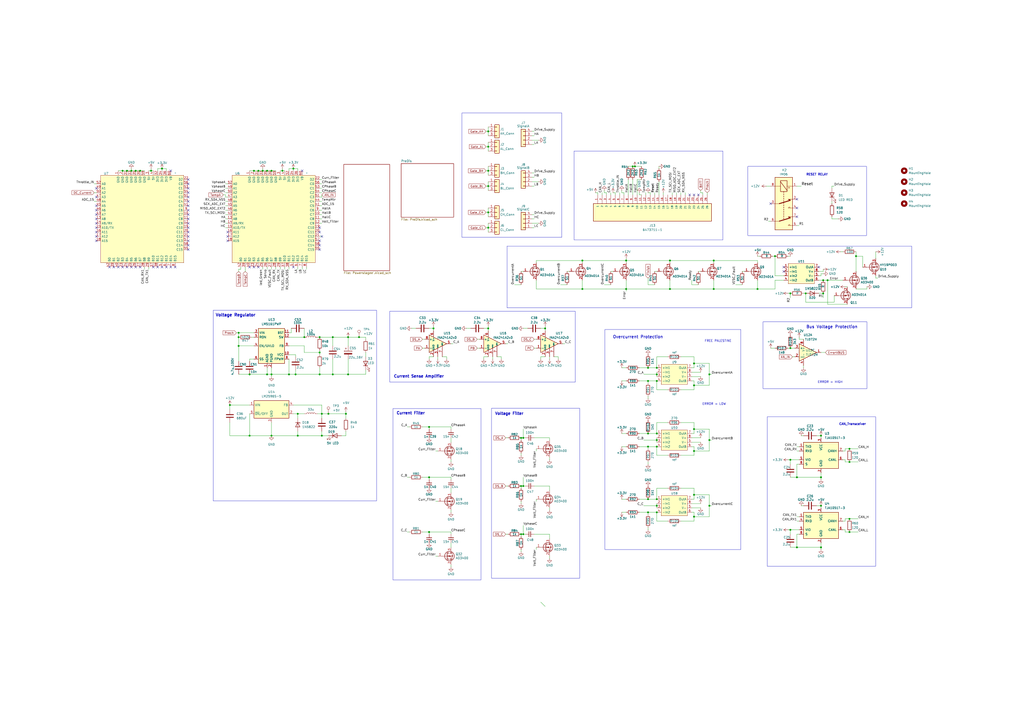
<source format=kicad_sch>
(kicad_sch (version 20250114) (generator "eeschema") (generator_version "9.0")
  (paper "A2")
  (rectangle (start 433.832 96.52) (end 502.666 136.652))
  (rectangle (start 332.994 87.63) (end 419.354 139.192))
  (rectangle (start 227.965 236.982) (end 279.019 336.423))
  (rectangle (start 442.595 186.69) (end 502.92 225.425))
  (rectangle (start 267.97 65.532) (end 325.882 137.668))
  (rectangle (start 294.132 142.748) (end 528.828 178.562))
  (rectangle (start 285.115 236.855) (end 336.296 335.407))
  (rectangle (start 445.008 241.808) (end 508 328.422))
  (rectangle (start 226.06 180.594) (end 333.756 221.615))
  (rectangle (start 123.698 179.959) (end 218.44 290.576))
  (rectangle (start 350.901 191.135) (end 429.768 318.77))
  (text "Voltage Regulator" (at 136.652 182.88 0) (effects (font (size 1.7 1.7) (thickness 0.34) (bold yes))))
  (text "CAN_Transceiver" (at 494.538 246.126 0) (effects (font (size 1.27 1.27) (thickness 0.254) (bold yes))))
  (text "Overcurrent Protection" (at 370.078 195.58 0) (effects (font (size 1.7 1.7) (thickness 0.254) (bold yes))))
  (text "RESET RELAY" (at 473.964 101.346 0) (effects (font (size 1.27 1.27) (thickness 0.254) (bold yes))))
  (text "Current Filter" (at 238.252 239.776 0) (effects (font (size 1.6 1.6) (thickness 0.32) (bold yes))))
  (text "Current Sense Amplifier " (at 243.586 218.44 0) (effects (font (size 1.6 1.6) (thickness 0.32) (bold yes))))
  (text "Bus Voltage Protection" (at 482.6 189.738 0) (effects (font (size 1.7 1.7) (thickness 0.254) (bold yes))))
  (text "Voltage Filter" (at 295.402 240.03 0) (effects (font (size 1.6 1.6) (thickness 0.32) (bold yes))))
  (text "ERROR = LOW" (at 414.274 234.442 0) (effects (font (size 1.27 1.27))))
  (text "ERROR = HIGH" (at 481.584 221.742 0) (effects (font (size 1.27 1.27))))
  (text "FREE PALESTINE" (at 416.56 197.866 0) (effects (font (size 1.27 1.27))))
  (junction (at 316.23 190.5))
  (junction (at 283.21 123.19))
  (junction (at 149.86 99.06))
  (junction (at 176.53 195.58))
  (junction (at 283.21 99.06))
  (junction (at 78.74 99.06))
  (junction (at 439.42 167.64))
  (junction (at 167.64 217.17))
  (junction (at 283.21 107.95))
  (junction (at 462.28 317.5))
  (junction (at 411.48 217.17))
  (junction (at 411.48 293.37))
  (junction (at 248.92 276.86))
  (junction (at 462.28 276.86))
  (junction (at 476.25 252.73))
  (junction (at 302.26 281.94))
  (junction (at 492.76 308.61))
  (junction (at 138.43 195.58))
  (junction (at 133.35 234.95))
  (junction (at 381 289.56))
  (junction (at 411.48 255.27))
  (junction (at 375.92 220.98))
  (junction (at 414.02 167.64))
  (junction (at 303.53 281.94))
  (junction (at 251.46 190.5))
  (junction (at 381 259.08))
  (junction (at 76.2 99.06))
  (junction (at 368.3 96.52))
  (junction (at 381 297.18))
  (junction (at 185.42 195.58))
  (junction (at 163.83 99.06))
  (junction (at 402.59 261.62))
  (junction (at 381 220.98))
  (junction (at 476.25 317.5))
  (junction (at 337.82 151.13))
  (junction (at 367.03 96.52))
  (junction (at 283.21 190.5))
  (junction (at 458.47 266.7))
  (junction (at 402.59 299.72))
  (junction (at 496.57 148.59))
  (junction (at 402.59 210.82))
  (junction (at 208.28 195.58))
  (junction (at 363.22 151.13))
  (junction (at 200.66 240.03))
  (junction (at 73.66 99.06))
  (junction (at 458.47 307.34))
  (junction (at 193.04 217.17))
  (junction (at 283.21 132.08))
  (junction (at 157.48 252.73))
  (junction (at 458.47 170.18))
  (junction (at 337.82 167.64))
  (junction (at 152.4 99.06))
  (junction (at 154.94 217.17))
  (junction (at 71.12 99.06))
  (junction (at 458.47 201.93))
  (junction (at 171.45 217.17))
  (junction (at 477.52 162.56))
  (junction (at 414.02 151.13))
  (junction (at 147.32 99.06))
  (junction (at 375.92 259.08))
  (junction (at 170.18 97.79))
  (junction (at 375.92 251.46))
  (junction (at 480.06 162.56))
  (junction (at 93.98 97.79))
  (junction (at 154.94 99.06))
  (junction (at 172.72 252.73))
  (junction (at 283.21 85.09))
  (junction (at 381 255.27))
  (junction (at 87.63 99.06))
  (junction (at 138.43 193.04))
  (junction (at 467.36 170.18))
  (junction (at 375.92 289.56))
  (junction (at 193.04 195.58))
  (junction (at 248.92 308.61))
  (junction (at 144.78 252.73))
  (junction (at 388.62 167.64))
  (junction (at 363.22 167.64))
  (junction (at 492.76 260.35))
  (junction (at 303.53 309.88))
  (junction (at 381 217.17))
  (junction (at 248.92 247.65))
  (junction (at 375.92 213.36))
  (junction (at 186.69 240.03))
  (junction (at 283.21 76.2))
  (junction (at 388.62 151.13))
  (junction (at 138.43 200.66))
  (junction (at 381 213.36))
  (junction (at 302.26 254))
  (junction (at 476.25 293.37))
  (junction (at 477.52 170.18))
  (junction (at 81.28 99.06))
  (junction (at 375.92 297.18))
  (junction (at 402.59 287.02))
  (junction (at 201.93 195.58))
  (junction (at 302.26 309.88))
  (junction (at 381 293.37))
  (junction (at 186.69 252.73))
  (junction (at 157.48 217.17))
  (junction (at 402.59 223.52))
  (junction (at 492.76 267.97))
  (junction (at 381 251.46))
  (junction (at 476.25 276.86))
  (junction (at 172.72 240.03))
  (junction (at 185.42 217.17))
  (junction (at 201.93 217.17))
  (junction (at 144.78 217.17))
  (junction (at 449.58 148.59))
  (junction (at 190.5 240.03))
  (junction (at 185.42 204.47))
  (junction (at 157.48 99.06))
  (junction (at 492.76 300.99))
  (junction (at 402.59 248.92))
  (junction (at 303.53 254))
  (no_connect (at 462.28 120.65))
  (no_connect (at 88.9 154.94))
  (no_connect (at 462.28 125.73))
  (no_connect (at 109.22 106.68))
  (no_connect (at 170.18 154.94))
  (no_connect (at 55.88 132.08))
  (no_connect (at 55.88 109.22))
  (no_connect (at 55.88 134.62))
  (no_connect (at 132.08 139.7))
  (no_connect (at 109.22 142.24))
  (no_connect (at 93.98 154.94))
  (no_connect (at 109.22 104.14))
  (no_connect (at 109.22 139.7))
  (no_connect (at 186.69 137.16))
  (no_connect (at 55.88 114.3))
  (no_connect (at 55.88 129.54))
  (no_connect (at 76.2 154.94))
  (no_connect (at 185.42 142.24))
  (no_connect (at 400.05 113.03))
  (no_connect (at 91.44 154.94))
  (no_connect (at 68.58 154.94))
  (no_connect (at 63.5 154.94))
  (no_connect (at 109.22 114.3))
  (no_connect (at 109.22 124.46))
  (no_connect (at 55.88 119.38))
  (no_connect (at 405.13 113.03))
  (no_connect (at 454.66 157.48))
  (no_connect (at 185.42 144.78))
  (no_connect (at 55.88 124.46))
  (no_connect (at 73.66 154.94))
  (no_connect (at 55.88 127))
  (no_connect (at 109.22 111.76))
  (no_connect (at 185.42 139.7))
  (no_connect (at 185.42 134.62))
  (no_connect (at 109.22 134.62))
  (no_connect (at 109.22 137.16))
  (no_connect (at 109.22 109.22))
  (no_connect (at 447.04 118.11))
  (no_connect (at 109.22 119.38))
  (no_connect (at 99.06 99.06))
  (no_connect (at 109.22 127))
  (no_connect (at 147.32 154.94))
  (no_connect (at 402.59 113.03))
  (no_connect (at 175.26 99.06))
  (no_connect (at 96.52 154.94))
  (no_connect (at 66.04 154.94))
  (no_connect (at 55.88 121.92))
  (no_connect (at 454.66 154.94))
  (no_connect (at 109.22 116.84))
  (no_connect (at 149.86 154.94))
  (no_connect (at 101.6 154.94))
  (no_connect (at 185.42 132.08))
  (no_connect (at 71.12 154.94))
  (no_connect (at 144.78 154.94))
  (no_connect (at 99.06 154.94))
  (no_connect (at 109.22 129.54))
  (no_connect (at 109.22 121.92))
  (no_connect (at 132.08 137.16))
  (no_connect (at 81.28 154.94))
  (no_connect (at 55.88 137.16))
  (no_connect (at 78.74 154.94))
  (no_connect (at 109.22 132.08))
  (no_connect (at 55.88 139.7))
  (no_connect (at 109.22 144.78))
  (no_connect (at 132.08 134.62))
  (no_connect (at 474.98 154.94))
  (no_connect (at 462.28 115.57))
  (bus_entry (at 313.69 349.25) (size 2.54 2.54))
  (wire (pts (xy 449.58 160.02) (xy 449.58 148.59)))
  (wire (pts (xy 375.92 298.45) (xy 375.92 297.18)))
  (wire (pts (xy 185.42 111.76) (xy 186.69 111.76)))
  (wire (pts (xy 129.54 113.03) (xy 130.81 113.03)))
  (wire (pts (xy 256.54 207.01) (xy 259.08 207.01)))
  (wire (pts (xy 170.18 240.03) (xy 172.72 240.03)))
  (wire (pts (xy 283.21 85.09) (xy 283.21 87.63)))
  (wire (pts (xy 81.28 99.06) (xy 83.82 99.06)))
  (wire (pts (xy 402.59 264.16) (xy 402.59 261.62)))
  (wire (pts (xy 248.92 308.61) (xy 248.92 309.88)))
  (wire (pts (xy 462.28 107.95) (xy 464.82 107.95)))
  (wire (pts (xy 492.76 308.61) (xy 490.22 308.61)))
  (wire (pts (xy 375.92 297.18) (xy 381 297.18)))
  (wire (pts (xy 462.28 259.08) (xy 463.55 259.08)))
  (wire (pts (xy 184.15 240.03) (xy 186.69 240.03)))
  (wire (pts (xy 402.59 248.92) (xy 402.59 251.46)))
  (wire (pts (xy 236.22 247.65) (xy 237.49 247.65)))
  (wire (pts (xy 370.84 113.03) (xy 372.11 113.03)))
  (wire (pts (xy 252.73 322.58) (xy 254 322.58)))
  (wire (pts (xy 185.42 204.47) (xy 176.53 204.47)))
  (wire (pts (xy 157.48 217.17) (xy 157.48 218.44)))
  (wire (pts (xy 248.92 190.5) (xy 251.46 190.5)))
  (wire (pts (xy 93.98 97.79) (xy 93.98 99.06)))
  (wire (pts (xy 375.92 267.97) (xy 375.92 269.24)))
  (wire (pts (xy 508 160.02) (xy 508 161.29)))
  (wire (pts (xy 388.62 151.13) (xy 414.02 151.13)))
  (wire (pts (xy 490.22 300.99) (xy 492.76 300.99)))
  (wire (pts (xy 381 254) (xy 381 255.27)))
  (wire (pts (xy 368.3 96.52) (xy 372.11 96.52)))
  (wire (pts (xy 201.93 200.66) (xy 201.93 195.58)))
  (wire (pts (xy 283.21 120.65) (xy 283.21 123.19)))
  (wire (pts (xy 208.28 195.58) (xy 212.09 195.58)))
  (wire (pts (xy 138.43 193.04) (xy 138.43 195.58)))
  (wire (pts (xy 492.76 267.97) (xy 490.22 267.97)))
  (wire (pts (xy 186.69 234.95) (xy 186.69 240.03)))
  (wire (pts (xy 337.82 167.64) (xy 363.22 167.64)))
  (wire (pts (xy 261.62 295.91) (xy 261.62 297.18)))
  (wire (pts (xy 473.71 252.73) (xy 476.25 252.73)))
  (wire (pts (xy 283.21 73.66) (xy 283.21 76.2)))
  (wire (pts (xy 328.93 157.48) (xy 330.2 157.48)))
  (wire (pts (xy 502.92 167.64) (xy 502.92 166.37)))
  (wire (pts (xy 172.72 240.03) (xy 172.72 242.57)))
  (wire (pts (xy 245.11 276.86) (xy 248.92 276.86)))
  (wire (pts (xy 414.02 167.64) (xy 439.42 167.64)))
  (wire (pts (xy 402.59 245.11) (xy 402.59 248.92)))
  (wire (pts (xy 293.37 199.39) (xy 294.64 199.39)))
  (wire (pts (xy 144.78 99.06) (xy 147.32 99.06)))
  (wire (pts (xy 293.37 309.88) (xy 294.64 309.88)))
  (wire (pts (xy 488.95 302.26) (xy 490.22 302.26)))
  (wire (pts (xy 130.81 121.92) (xy 132.08 121.92)))
  (wire (pts (xy 462.28 261.62) (xy 463.55 261.62)))
  (wire (pts (xy 130.81 116.84) (xy 132.08 116.84)))
  (wire (pts (xy 152.4 99.06) (xy 154.94 99.06)))
  (wire (pts (xy 139.7 154.94) (xy 139.7 156.21)))
  (wire (pts (xy 392.43 111.76) (xy 392.43 113.03)))
  (wire (pts (xy 290.83 208.28) (xy 290.83 207.01)))
  (wire (pts (xy 185.42 203.2) (xy 185.42 204.47)))
  (wire (pts (xy 370.84 213.36) (xy 375.92 213.36)))
  (wire (pts (xy 482.6 116.84) (xy 482.6 118.11)))
  (wire (pts (xy 387.35 264.16) (xy 381 264.16)))
  (wire (pts (xy 444.5 107.95) (xy 447.04 107.95)))
  (wire (pts (xy 318.77 309.88) (xy 318.77 312.42)))
  (wire (pts (xy 261.62 314.96) (xy 261.62 317.5)))
  (wire (pts (xy 248.92 207.01) (xy 251.46 207.01)))
  (wire (pts (xy 54.61 106.68) (xy 55.88 106.68)))
  (wire (pts (xy 476.25 318.77) (xy 476.25 317.5)))
  (wire (pts (xy 490.22 267.97) (xy 490.22 266.7)))
  (wire (pts (xy 490.22 166.37) (xy 491.49 166.37)))
  (wire (pts (xy 193.04 217.17) (xy 185.42 217.17)))
  (wire (pts (xy 373.38 217.17) (xy 381 217.17)))
  (wire (pts (xy 356.87 111.76) (xy 355.6 111.76)))
  (wire (pts (xy 186.69 240.03) (xy 186.69 242.57)))
  (wire (pts (xy 83.82 154.94) (xy 83.82 156.21)))
  (wire (pts (xy 293.37 254) (xy 294.64 254)))
  (wire (pts (xy 172.72 97.79) (xy 170.18 97.79)))
  (wire (pts (xy 458.47 266.7) (xy 463.55 266.7)))
  (wire (pts (xy 490.22 261.62) (xy 490.22 260.35)))
  (wire (pts (xy 285.75 207.01) (xy 285.75 208.28)))
  (wire (pts (xy 449.58 162.56) (xy 454.66 162.56)))
  (wire (pts (xy 73.66 99.06) (xy 76.2 99.06)))
  (wire (pts (xy 313.69 207.01) (xy 313.69 208.28)))
  (wire (pts (xy 302.26 290.83) (xy 302.26 292.1)))
  (wire (pts (xy 474.98 157.48) (xy 477.52 157.48)))
  (wire (pts (xy 276.86 196.85) (xy 278.13 196.85)))
  (wire (pts (xy 303.53 190.5) (xy 306.07 190.5)))
  (wire (pts (xy 185.42 137.16) (xy 186.69 137.16)))
  (wire (pts (xy 364.49 104.14) (xy 364.49 113.03)))
  (wire (pts (xy 458.47 266.7) (xy 458.47 269.24)))
  (wire (pts (xy 356.87 113.03) (xy 356.87 111.76)))
  (wire (pts (xy 458.47 307.34) (xy 458.47 309.88)))
  (wire (pts (xy 370.84 297.18) (xy 375.92 297.18)))
  (wire (pts (xy 458.47 201.93) (xy 461.01 201.93)))
  (wire (pts (xy 410.21 111.76) (xy 410.21 113.03)))
  (wire (pts (xy 509.27 161.29) (xy 508 161.29)))
  (wire (pts (xy 402.59 248.92) (xy 411.48 248.92)))
  (wire (pts (xy 401.32 218.44) (xy 406.4 218.44)))
  (wire (pts (xy 361.95 111.76) (xy 361.95 113.03)))
  (wire (pts (xy 185.42 104.14) (xy 186.69 104.14)))
  (wire (pts (xy 406.4 110.49) (xy 406.4 111.76)))
  (wire (pts (xy 76.2 97.79) (xy 76.2 99.06)))
  (wire (pts (xy 497.84 308.61) (xy 492.76 308.61)))
  (wire (pts (xy 402.59 299.72) (xy 402.59 297.18)))
  (wire (pts (xy 476.25 293.37) (xy 476.25 294.64)))
  (wire (pts (xy 490.22 302.26) (xy 490.22 300.99)))
  (wire (pts (xy 458.47 170.18) (xy 458.47 172.72)))
  (wire (pts (xy 308.61 105.41) (xy 312.42 105.41)))
  (wire (pts (xy 185.42 116.84) (xy 186.69 116.84)))
  (wire (pts (xy 379.73 111.76) (xy 379.73 113.03)))
  (wire (pts (xy 402.59 259.08) (xy 401.32 259.08)))
  (wire (pts (xy 172.72 154.94) (xy 172.72 156.21)))
  (wire (pts (xy 387.35 226.06) (xy 381 226.06)))
  (wire (pts (xy 370.84 251.46) (xy 375.92 251.46)))
  (wire (pts (xy 261.62 254) (xy 261.62 256.54)))
  (wire (pts (xy 381 215.9) (xy 381 217.17)))
  (wire (pts (xy 245.11 201.93) (xy 246.38 201.93)))
  (wire (pts (xy 308.61 76.2) (xy 309.88 76.2)))
  (wire (pts (xy 261.62 327.66) (xy 261.62 328.93)))
  (wire (pts (xy 491.49 176.53) (xy 480.06 176.53)))
  (wire (pts (xy 147.32 99.06) (xy 149.86 99.06)))
  (wire (pts (xy 280.67 190.5) (xy 283.21 190.5)))
  (wire (pts (xy 394.97 207.01) (xy 402.59 207.01)))
  (wire (pts (xy 411.48 293.37) (xy 411.48 299.72)))
  (wire (pts (xy 144.78 252.73) (xy 157.48 252.73)))
  (wire (pts (xy 311.15 151.13) (xy 337.82 151.13)))
  (wire (pts (xy 360.68 297.18) (xy 363.22 297.18)))
  (wire (pts (xy 76.2 99.06) (xy 78.74 99.06)))
  (wire (pts (xy 462.28 309.88) (xy 463.55 309.88)))
  (wire (pts (xy 375.92 289.56) (xy 381 289.56)))
  (wire (pts (xy 389.89 111.76) (xy 389.89 113.03)))
  (wire (pts (xy 402.59 223.52) (xy 402.59 220.98)))
  (wire (pts (xy 476.25 314.96) (xy 476.25 317.5)))
  (wire (pts (xy 363.22 168.91) (xy 363.22 167.64)))
  (wire (pts (xy 171.45 217.17) (xy 167.64 217.17)))
  (wire (pts (xy 490.22 260.35) (xy 492.76 260.35)))
  (wire (pts (xy 311.15 289.56) (xy 311.15 290.83)))
  (wire (pts (xy 388.62 167.64) (xy 363.22 167.64)))
  (wire (pts (xy 303.53 248.92) (xy 303.53 254)))
  (wire (pts (xy 321.31 207.01) (xy 323.85 207.01)))
  (wire (pts (xy 171.45 207.01) (xy 171.45 205.74)))
  (wire (pts (xy 466.09 170.18) (xy 467.36 170.18)))
  (wire (pts (xy 185.42 119.38) (xy 186.69 119.38)))
  (wire (pts (xy 414.02 152.4) (xy 414.02 151.13)))
  (wire (pts (xy 375.92 251.46) (xy 381 251.46)))
  (wire (pts (xy 360.68 259.08) (xy 363.22 259.08)))
  (wire (pts (xy 363.22 162.56) (xy 363.22 167.64)))
  (wire (pts (xy 133.35 234.95) (xy 144.78 234.95)))
  (wire (pts (xy 261.62 276.86) (xy 261.62 278.13)))
  (wire (pts (xy 185.42 121.92) (xy 186.69 121.92)))
  (wire (pts (xy 476.25 274.32) (xy 476.25 276.86)))
  (wire (pts (xy 360.68 213.36) (xy 363.22 213.36)))
  (wire (pts (xy 87.63 99.06) (xy 86.36 99.06)))
  (wire (pts (xy 185.42 106.68) (xy 186.69 106.68)))
  (wire (pts (xy 172.72 250.19) (xy 172.72 252.73)))
  (wire (pts (xy 281.94 76.2) (xy 283.21 76.2)))
  (wire (pts (xy 405.13 157.48) (xy 406.4 157.48)))
  (wire (pts (xy 367.03 96.52) (xy 368.3 96.52)))
  (wire (pts (xy 363.22 151.13) (xy 363.22 152.4)))
  (wire (pts (xy 407.67 111.76) (xy 407.67 113.03)))
  (wire (pts (xy 261.62 308.61) (xy 261.62 309.88)))
  (wire (pts (xy 283.21 82.55) (xy 283.21 85.09)))
  (wire (pts (xy 160.02 154.94) (xy 160.02 156.21)))
  (wire (pts (xy 87.63 99.06) (xy 88.9 99.06)))
  (wire (pts (xy 177.8 154.94) (xy 177.8 156.21)))
  (wire (pts (xy 167.64 205.74) (xy 171.45 205.74)))
  (wire (pts (xy 138.43 195.58) (xy 138.43 200.66)))
  (wire (pts (xy 402.59 261.62) (xy 402.59 259.08)))
  (wire (pts (xy 157.48 252.73) (xy 172.72 252.73)))
  (wire (pts (xy 360.68 111.76) (xy 361.95 111.76)))
  (wire (pts (xy 492.76 260.35) (xy 497.84 260.35)))
  (wire (pts (xy 248.92 247.65) (xy 261.62 247.65)))
  (wire (pts (xy 382.27 96.52) (xy 382.27 97.79)))
  (wire (pts (xy 363.22 151.13) (xy 388.62 151.13)))
  (wire (pts (xy 308.61 127) (xy 309.88 127)))
  (wire (pts (xy 402.59 283.21) (xy 402.59 287.02)))
  (wire (pts (xy 144.78 240.03) (xy 144.78 252.73)))
  (wire (pts (xy 293.37 281.94) (xy 294.64 281.94)))
  (wire (pts (xy 482.6 127) (xy 482.6 125.73)))
  (wire (pts (xy 337.82 162.56) (xy 337.82 167.64)))
  (wire (pts (xy 165.1 154.94) (xy 165.1 156.21)))
  (wire (pts (xy 283.21 190.5) (xy 283.21 191.77)))
  (wire (pts (xy 87.63 97.79) (xy 87.63 99.06)))
  (wire (pts (xy 157.48 154.94) (xy 157.48 156.21)))
  (wire (pts (xy 167.64 154.94) (xy 167.64 156.21)))
  (wire (pts (xy 375.92 259.08) (xy 381 259.08)))
  (wire (pts (xy 308.61 107.95) (xy 309.88 107.95)))
  (wire (pts (xy 394.97 245.11) (xy 402.59 245.11)))
  (wire (pts (xy 201.93 195.58) (xy 208.28 195.58)))
  (wire (pts (xy 283.21 105.41) (xy 283.21 107.95)))
  (wire (pts (xy 508 146.05) (xy 508 149.86)))
  (wire (pts (xy 163.83 99.06) (xy 165.1 99.06)))
  (wire (pts (xy 374.65 111.76) (xy 374.65 113.03)))
  (wire (pts (xy 462.28 276.86) (xy 476.25 276.86)))
  (wire (pts (xy 248.92 207.01) (xy 248.92 208.28)))
  (wire (pts (xy 130.81 111.76) (xy 132.08 111.76)))
  (wire (pts (xy 411.48 248.92) (xy 411.48 255.27)))
  (wire (pts (xy 394.97 283.21) (xy 402.59 283.21)))
  (wire (pts (xy 459.74 207.01) (xy 461.01 207.01)))
  (wire (pts (xy 170.18 97.79) (xy 170.18 99.06)))
  (wire (pts (xy 375.92 161.29) (xy 375.92 165.1)))
  (wire (pts (xy 248.92 276.86) (xy 248.92 278.13)))
  (wire (pts (xy 212.09 196.85) (xy 212.09 195.58)))
  (wire (pts (xy 384.81 111.76) (xy 384.81 113.03)))
  (wire (pts (xy 308.61 78.74) (xy 309.88 78.74)))
  (wire (pts (xy 185.42 204.47) (xy 185.42 205.74)))
  (wire (pts (xy 411.48 293.37) (xy 412.75 293.37)))
  (wire (pts (xy 318.77 265.43) (xy 318.77 266.7)))
  (wire (pts (xy 402.59 287.02) (xy 411.48 287.02)))
  (wire (pts (xy 411.48 255.27) (xy 411.48 261.62)))
  (wire (pts (xy 91.44 97.79) (xy 93.98 97.79)))
  (wire (pts (xy 473.71 293.37) (xy 476.25 293.37)))
  (wire (pts (xy 360.68 289.56) (xy 363.22 289.56)))
  (wire (pts (xy 133.35 245.11) (xy 133.35 252.73)))
  (wire (pts (xy 303.53 281.94) (xy 304.8 281.94)))
  (wire (pts (xy 167.64 217.17) (xy 157.48 217.17)))
  (wire (pts (xy 373.38 293.37) (xy 381 293.37)))
  (wire (pts (xy 487.68 146.05) (xy 488.95 146.05)))
  (wire (pts (xy 477.52 156.21) (xy 477.52 157.48)))
  (wire (pts (xy 401.32 254) (xy 406.4 254)))
  (wire (pts (xy 288.29 207.01) (xy 290.83 207.01)))
  (wire (pts (xy 401.32 162.56) (xy 401.32 165.1)))
  (wire (pts (xy 439.42 151.13) (xy 414.02 151.13)))
  (wire (pts (xy 311.15 162.56) (xy 311.15 167.64)))
  (wire (pts (xy 154.94 99.06) (xy 157.48 99.06)))
  (wire (pts (xy 144.78 208.28) (xy 147.32 208.28)))
  (wire (pts (xy 377.19 111.76) (xy 375.92 111.76)))
  (wire (pts (xy 78.74 99.06) (xy 81.28 99.06)))
  (wire (pts (xy 185.42 127) (xy 186.69 127)))
  (wire (pts (xy 346.71 111.76) (xy 346.71 113.03)))
  (wire (pts (xy 488.95 307.34) (xy 490.22 307.34)))
  (wire (pts (xy 463.55 130.81) (xy 462.28 130.81)))
  (wire (pts (xy 337.82 151.13) (xy 337.82 152.4)))
  (wire (pts (xy 157.48 245.11) (xy 157.48 252.73)))
  (wire (pts (xy 313.69 207.01) (xy 316.23 207.01)))
  (wire (pts (xy 482.6 109.22) (xy 482.6 107.95)))
  (wire (pts (xy 483.87 175.26) (xy 467.36 175.26)))
  (wire (pts (xy 500.38 154.94) (xy 500.38 148.59)))
  (wire (pts (xy 318.77 294.64) (xy 318.77 295.91)))
  (wire (pts (xy 283.21 76.2) (xy 283.21 78.74)))
  (wire (pts (xy 363.22 149.86) (xy 363.22 151.13)))
  (wire (pts (xy 381 293.37) (xy 381 294.64)))
  (wire (pts (xy 185.42 217.17) (xy 171.45 217.17)))
  (wire (pts (xy 381 217.17) (xy 381 218.44)))
  (wire (pts (xy 350.52 111.76) (xy 350.52 110.49)))
  (wire (pts (xy 377.19 111.76) (xy 377.19 113.03)))
  (wire (pts (xy 375.92 229.87) (xy 375.92 231.14)))
  (wire (pts (xy 311.15 152.4) (xy 311.15 151.13)))
  (wire (pts (xy 302.26 254) (xy 302.26 255.27)))
  (wire (pts (xy 401.32 165.1) (xy 405.13 165.1)))
  (wire (pts (xy 458.47 276.86) (xy 462.28 276.86)))
  (wire (pts (xy 167.64 97.79) (xy 170.18 97.79)))
  (wire (pts (xy 176.53 195.58) (xy 167.64 195.58)))
  (wire (pts (xy 449.58 167.64) (xy 439.42 167.64)))
  (wire (pts (xy 402.59 220.98) (xy 401.32 220.98)))
  (wire (pts (xy 381 292.1) (xy 381 293.37)))
  (wire (pts (xy 212.09 217.17) (xy 201.93 217.17)))
  (wire (pts (xy 411.48 287.02) (xy 411.48 293.37)))
  (wire (pts (xy 397.51 111.76) (xy 397.51 113.03)))
  (wire (pts (xy 387.35 207.01) (xy 381 207.01)))
  (wire (pts (xy 259.08 208.28) (xy 259.08 207.01)))
  (wire (pts (xy 303.53 254) (xy 304.8 254)))
  (wire (pts (xy 302.26 262.89) (xy 302.26 264.16)))
  (wire (pts (xy 185.42 124.46) (xy 186.69 124.46)))
  (wire (pts (xy 144.78 217.17) (xy 154.94 217.17)))
  (wire (pts (xy 309.88 201.93) (xy 311.15 201.93)))
  (wire (pts (xy 176.53 190.5) (xy 176.53 195.58)))
  (wire (pts (xy 236.22 308.61) (xy 237.49 308.61)))
  (wire (pts (xy 212.09 214.63) (xy 212.09 217.17)))
  (wire (pts (xy 387.35 302.26) (xy 381 302.26)))
  (wire (pts (xy 439.42 162.56) (xy 439.42 167.64)))
  (wire (pts (xy 54.61 111.76) (xy 55.88 111.76)))
  (wire (pts (xy 130.81 114.3) (xy 132.08 114.3)))
  (wire (pts (xy 476.25 278.13) (xy 476.25 276.86)))
  (wire (pts (xy 308.61 132.08) (xy 309.88 132.08)))
  (wire (pts (xy 283.21 189.23) (xy 283.21 190.5)))
  (wire (pts (xy 375.92 213.36) (xy 381 213.36)))
  (wire (pts (xy 200.66 252.73) (xy 198.12 252.73)))
  (wire (pts (xy 359.41 111.76) (xy 359.41 113.03)))
  (wire (pts (xy 477.52 170.18) (xy 477.52 172.72)))
  (wire (pts (xy 462.28 302.26) (xy 463.55 302.26)))
  (wire (pts (xy 402.59 302.26) (xy 402.59 299.72)))
  (wire (pts (xy 130.81 127) (xy 132.08 127)))
  (wire (pts (xy 261.62 248.92) (xy 261.62 247.65)))
  (wire (pts (xy 251.46 189.23) (xy 251.46 190.5)))
  (wire (pts (xy 483.87 171.45) (xy 483.87 175.26)))
  (wire (pts (xy 480.06 176.53) (xy 480.06 162.56)))
  (wire (pts (xy 168.91 190.5) (xy 168.91 193.04)))
  (wire (pts (xy 172.72 252.73) (xy 186.69 252.73)))
  (wire (pts (xy 402.59 297.18) (xy 401.32 297.18)))
  (wire (pts (xy 474.98 162.56) (xy 477.52 162.56)))
  (wire (pts (xy 457.2 170.18) (xy 458.47 170.18)))
  (wire (pts (xy 462.28 309.88) (xy 462.28 317.5)))
  (wire (pts (xy 190.5 240.03) (xy 200.66 240.03)))
  (wire (pts (xy 439.42 148.59) (xy 440.69 148.59)))
  (wire (pts (xy 170.18 234.95) (xy 186.69 234.95)))
  (wire (pts (xy 411.48 210.82) (xy 411.48 217.17)))
  (wire (pts (xy 370.84 220.98) (xy 375.92 220.98)))
  (wire (pts (xy 375.92 165.1) (xy 379.73 165.1)))
  (wire (pts (xy 311.15 167.64) (xy 337.82 167.64)))
  (wire (pts (xy 381 245.11) (xy 381 251.46)))
  (wire (pts (xy 86.36 154.94) (xy 86.36 156.21)))
  (wire (pts (xy 457.2 266.7) (xy 458.47 266.7)))
  (wire (pts (xy 426.72 165.1) (xy 430.53 165.1)))
  (wire (pts (xy 146.05 195.58) (xy 147.32 195.58)))
  (wire (pts (xy 369.57 104.14) (xy 369.57 113.03)))
  (wire (pts (xy 402.59 210.82) (xy 402.59 213.36)))
  (wire (pts (xy 200.66 250.19) (xy 200.66 252.73)))
  (wire (pts (xy 381 302.26) (xy 381 297.18)))
  (wire (pts (xy 375.92 306.07) (xy 375.92 307.34)))
  (wire (pts (xy 302.26 254) (xy 303.53 254)))
  (wire (pts (xy 248.92 247.65) (xy 248.92 248.92)))
  (wire (pts (xy 186.69 240.03) (xy 190.5 240.03)))
  (wire (pts (xy 270.51 190.5) (xy 273.05 190.5)))
  (wire (pts (xy 388.62 152.4) (xy 388.62 151.13)))
  (wire (pts (xy 411.48 255.27) (xy 412.75 255.27)))
  (wire (pts (xy 280.67 207.01) (xy 280.67 208.28)))
  (wire (pts (xy 388.62 162.56) (xy 388.62 167.64)))
  (wire (pts (xy 457.2 307.34) (xy 458.47 307.34)))
  (wire (pts (xy 414.02 167.64) (xy 388.62 167.64)))
  (wire (pts (xy 185.42 109.22) (xy 186.69 109.22)))
  (wire (pts (xy 130.81 109.22) (xy 132.08 109.22)))
  (wire (pts (xy 283.21 123.19) (xy 283.21 125.73)))
  (wire (pts (xy 350.52 165.1) (xy 354.33 165.1)))
  (wire (pts (xy 457.2 201.93) (xy 458.47 201.93)))
  (wire (pts (xy 402.59 226.06) (xy 402.59 223.52)))
  (wire (pts (xy 370.84 289.56) (xy 375.92 289.56)))
  (wire (pts (xy 245.11 247.65) (xy 248.92 247.65)))
  (wire (pts (xy 276.86 201.93) (xy 278.13 201.93)))
  (wire (pts (xy 381 207.01) (xy 381 213.36)))
  (wire (pts (xy 480.06 162.56) (xy 488.95 162.56)))
  (wire (pts (xy 176.53 200.66) (xy 167.64 200.66)))
  (wire (pts (xy 370.84 111.76) (xy 370.84 113.03)))
  (wire (pts (xy 401.32 256.54) (xy 406.4 256.54)))
  (wire (pts (xy 281.94 123.19) (xy 283.21 123.19)))
  (wire (pts (xy 308.61 100.33) (xy 309.88 100.33)))
  (wire (pts (xy 68.58 99.06) (xy 71.12 99.06)))
  (wire (pts (xy 172.72 99.06) (xy 172.72 97.79)))
  (wire (pts (xy 402.59 210.82) (xy 411.48 210.82)))
  (wire (pts (xy 303.53 309.88) (xy 304.8 309.88)))
  (wire (pts (xy 252.73 290.83) (xy 254 290.83)))
  (wire (pts (xy 323.85 208.28) (xy 323.85 207.01)))
  (wire (pts (xy 402.59 213.36) (xy 401.32 213.36)))
  (wire (pts (xy 476.25 252.73) (xy 476.25 254)))
  (wire (pts (xy 373.38 255.27) (xy 381 255.27)))
  (wire (pts (xy 236.22 276.86) (xy 237.49 276.86)))
  (wire (pts (xy 133.35 252.73) (xy 144.78 252.73)))
  (wire (pts (xy 261.62 199.39) (xy 262.89 199.39)))
  (wire (pts (xy 193.04 208.28) (xy 193.04 217.17)))
  (wire (pts (xy 496.57 148.59) (xy 500.38 148.59)))
  (wire (pts (xy 309.88 196.85) (xy 311.15 196.85)))
  (wire (pts (xy 394.97 111.76) (xy 394.97 113.03)))
  (wire (pts (xy 248.92 308.61) (xy 261.62 308.61)))
  (wire (pts (xy 311.15 317.5) (xy 311.15 318.77)))
  (wire (pts (xy 477.52 162.56) (xy 480.06 162.56)))
  (wire (pts (xy 193.04 200.66) (xy 193.04 195.58)))
  (wire (pts (xy 411.48 299.72) (xy 402.59 299.72)))
  (wire (pts (xy 316.23 189.23) (xy 316.23 190.5)))
  (wire (pts (xy 497.84 267.97) (xy 492.76 267.97)))
  (wire (pts (xy 381 226.06) (xy 381 220.98)))
  (wire (pts (xy 261.62 283.21) (xy 261.62 285.75)))
  (wire (pts (xy 401.32 294.64) (xy 406.4 294.64)))
  (wire (pts (xy 381 283.21) (xy 381 289.56)))
  (wire (pts (xy 281.94 99.06) (xy 283.21 99.06)))
  (wire (pts (xy 130.81 129.54) (xy 132.08 129.54)))
  (wire (pts (xy 303.53 276.86) (xy 303.53 281.94)))
  (wire (pts (xy 411.48 217.17) (xy 411.48 223.52)))
  (wire (pts (xy 367.03 104.14) (xy 367.03 113.03)))
  (wire (pts (xy 185.42 195.58) (xy 193.04 195.58)))
  (wire (pts (xy 138.43 156.21) (xy 139.7 156.21)))
  (wire (pts (xy 381 255.27) (xy 381 256.54)))
  (wire (pts (xy 445.77 128.27) (xy 447.04 128.27)))
  (wire (pts (xy 466.09 196.85) (xy 463.55 196.85)))
  (wire (pts (xy 138.43 193.04) (xy 147.32 193.04)))
  (wire (pts (xy 245.11 308.61) (xy 248.92 308.61)))
  (wire (pts (xy 496.57 146.05) (xy 496.57 148.59)))
  (wire (pts (xy 185.42 114.3) (xy 186.69 114.3)))
  (wire (pts (xy 152.4 97.79) (xy 152.4 99.06)))
  (wire (pts (xy 303.53 304.8) (xy 303.53 309.88)))
  (wire (pts (xy 462.28 269.24) (xy 463.55 269.24)))
  (wire (pts (xy 149.86 99.06) (xy 152.4 99.06)))
  (wire (pts (xy 309.88 309.88) (xy 318.77 309.88)))
  (wire (pts (xy 476.25 158.75) (xy 477.52 158.75)))
  (wire (pts (xy 457.2 148.59) (xy 458.47 148.59)))
  (wire (pts (xy 96.52 99.06) (xy 96.52 97.79)))
  (wire (pts (xy 167.64 99.06) (xy 167.64 97.79)))
  (wire (pts (xy 281.94 132.08) (xy 283.21 132.08)))
  (wire (pts (xy 439.42 152.4) (xy 439.42 151.13)))
  (wire (pts (xy 302.26 281.94) (xy 303.53 281.94)))
  (wire (pts (xy 130.81 132.08) (xy 132.08 132.08)))
  (wire (pts (xy 482.6 107.95) (xy 483.87 107.95)))
  (wire (pts (xy 96.52 97.79) (xy 93.98 97.79)))
  (wire (pts (xy 311.15 260.35) (xy 311.15 261.62)))
  (wire (pts (xy 186.69 252.73) (xy 190.5 252.73)))
  (wire (pts (xy 280.67 207.01) (xy 283.21 207.01)))
  (wire (pts (xy 326.39 199.39) (xy 327.66 199.39)))
  (wire (pts (xy 360.68 220.98) (xy 363.22 220.98)))
  (wire (pts (xy 172.72 240.03) (xy 176.53 240.03)))
  (wire (pts (xy 252.73 261.62) (xy 254 261.62)))
  (wire (pts (xy 449.58 167.64) (xy 449.58 162.56)))
  (wire (pts (xy 162.56 154.94) (xy 162.56 156.21)))
  (wire (pts (xy 464.82 252.73) (xy 466.09 252.73)))
  (wire (pts (xy 283.21 132.08) (xy 283.21 134.62)))
  (wire (pts (xy 492.76 300.99) (xy 497.84 300.99)))
  (wire (pts (xy 379.73 157.48) (xy 381 157.48)))
  (wire (pts (xy 325.12 165.1) (xy 328.93 165.1)))
  (wire (pts (xy 458.47 317.5) (xy 462.28 317.5)))
  (wire (pts (xy 345.44 111.76) (xy 346.71 111.76)))
  (wire (pts (xy 402.59 289.56) (xy 401.32 289.56)))
  (wire (pts (xy 309.88 254) (xy 318.77 254)))
  (wire (pts (xy 144.78 209.55) (xy 144.78 208.28)))
  (wire (pts (xy 130.81 119.38) (xy 132.08 119.38)))
  (wire (pts (xy 401.32 215.9) (xy 406.4 215.9)))
  (wire (pts (xy 464.82 293.37) (xy 466.09 293.37)))
  (wire (pts (xy 167.64 208.28) (xy 167.64 217.17)))
  (wire (pts (xy 360.68 110.49) (xy 360.68 111.76)))
  (wire (pts (xy 163.83 97.79) (xy 163.83 99.06)))
  (wire (pts (xy 200.66 242.57) (xy 200.66 240.03)))
  (wire (pts (xy 302.26 309.88) (xy 302.26 311.15)))
  (wire (pts (xy 138.43 200.66) (xy 138.43 209.55)))
  (wire (pts (xy 372.11 104.14) (xy 369.57 104.14)))
  (wire (pts (xy 486.41 127) (xy 482.6 127)))
  (wire (pts (xy 308.61 83.82) (xy 309.88 83.82)))
  (wire (pts (xy 462.28 299.72) (xy 463.55 299.72)))
  (wire (pts (xy 175.26 154.94) (xy 175.26 156.21)))
  (wire (pts (xy 354.33 157.48) (xy 355.6 157.48)))
  (wire (pts (xy 308.61 81.28) (xy 312.42 81.28)))
  (wire (pts (xy 406.4 111.76) (xy 407.67 111.76)))
  (wire (pts (xy 142.24 154.94) (xy 142.24 157.48)))
  (wire (pts (xy 458.47 307.34) (xy 463.55 307.34)))
  (wire (pts (xy 185.42 213.36) (xy 185.42 217.17)))
  (wire (pts (xy 474.98 170.18) (xy 477.52 170.18)))
  (wire (pts (xy 283.21 99.06) (xy 283.21 101.6)))
  (wire (pts (xy 184.15 195.58) (xy 185.42 195.58)))
  (wire (pts (xy 154.94 154.94) (xy 154.94 156.21)))
  (wire (pts (xy 466.09 212.09) (xy 466.09 213.36)))
  (wire (pts (xy 463.55 196.85) (xy 463.55 195.58)))
  (wire (pts (xy 476.25 204.47) (xy 478.79 204.47)))
  (wire (pts (xy 414.02 162.56) (xy 414.02 167.64)))
  (wire (pts (xy 302.26 281.94) (xy 302.26 283.21)))
  (wire (pts (xy 316.23 190.5) (xy 316.23 191.77)))
  (wire (pts (xy 402.59 207.01) (xy 402.59 210.82)))
  (wire (pts (xy 313.69 190.5) (xy 316.23 190.5)))
  (wire (pts (xy 496.57 148.59) (xy 496.57 157.48)))
  (wire (pts (xy 502.92 167.64) (xy 496.57 167.64)))
  (wire (pts (xy 411.48 261.62) (xy 402.59 261.62)))
  (wire (pts (xy 138.43 157.48) (xy 138.43 156.21)))
  (wire (pts (xy 402.59 287.02) (xy 402.59 289.56)))
  (wire (pts (xy 200.66 238.76) (xy 200.66 240.03)))
  (wire (pts (xy 360.68 251.46) (xy 363.22 251.46)))
  (wire (pts (xy 201.93 208.28) (xy 201.93 217.17)))
  (wire (pts (xy 251.46 190.5) (xy 251.46 191.77)))
  (wire (pts (xy 447.04 201.93) (xy 449.58 201.93)))
  (wire (pts (xy 351.79 111.76) (xy 350.52 111.76)))
  (wire (pts (xy 162.56 99.06) (xy 163.83 99.06)))
  (wire (pts (xy 138.43 200.66) (xy 147.32 200.66)))
  (wire (pts (xy 186.69 113.03) (xy 186.69 114.3)))
  (wire (pts (xy 488.95 266.7) (xy 490.22 266.7)))
  (wire (pts (xy 71.12 99.06) (xy 73.66 99.06)))
  (wire (pts (xy 176.53 204.47) (xy 176.53 200.66)))
  (wire (pts (xy 283.21 107.95) (xy 283.21 110.49)))
  (wire (pts (xy 462.28 317.5) (xy 476.25 317.5)))
  (wire (pts (xy 318.77 254) (xy 318.77 255.27)))
  (wire (pts (xy 318.77 322.58) (xy 318.77 323.85)))
  (wire (pts (xy 157.48 99.06) (xy 160.02 99.06)))
  (wire (pts (xy 212.09 204.47) (xy 212.09 207.01)))
  (wire (pts (xy 490.22 308.61) (xy 490.22 307.34)))
  (wire (pts (xy 370.84 259.08) (xy 375.92 259.08)))
  (wire (pts (xy 171.45 214.63) (xy 171.45 217.17)))
  (wire (pts (xy 302.26 309.88) (xy 303.53 309.88)))
  (wire (pts (xy 394.97 226.06) (xy 402.59 226.06)))
  (wire (pts (xy 364.49 96.52) (xy 367.03 96.52)))
  (wire (pts (xy 308.61 129.54) (xy 312.42 129.54)))
  (wire (pts (xy 476.25 158.75) (xy 476.25 160.02)))
  (wire (pts (xy 130.81 124.46) (xy 132.08 124.46)))
  (wire (pts (xy 467.36 175.26) (xy 467.36 170.18)))
  (wire (pts (xy 154.94 213.36) (xy 154.94 217.17)))
  (wire (pts (xy 375.92 222.25) (xy 375.92 220.98)))
  (wire (pts (xy 318.77 281.94) (xy 318.77 284.48)))
  (wire (pts (xy 375.92 260.35) (xy 375.92 259.08)))
  (wire (pts (xy 283.21 96.52) (xy 283.21 99.06)))
  (wire (pts (xy 298.45 165.1) (xy 302.26 165.1)))
  (wire (pts (xy 201.93 217.17) (xy 193.04 217.17)))
  (wire (pts (xy 387.35 245.11) (xy 381 245.11)))
  (wire (pts (xy 394.97 302.26) (xy 402.59 302.26)))
  (wire (pts (xy 261.62 266.7) (xy 261.62 267.97)))
  (wire (pts (xy 488.95 261.62) (xy 490.22 261.62)))
  (wire (pts (xy 281.94 85.09) (xy 283.21 85.09)))
  (wire (pts (xy 168.91 193.04) (xy 167.64 193.04)))
  (wire (pts (xy 349.25 111.76) (xy 349.25 113.03)))
  (wire (pts (xy 387.35 283.21) (xy 381 283.21)))
  (wire (pts (xy 302.26 157.48) (xy 303.53 157.48)))
  (wire (pts (xy 318.77 207.01) (xy 318.77 208.28)))
  (wire (pts (xy 308.61 124.46) (xy 309.88 124.46)))
  (wire (pts (xy 130.81 114.3) (xy 130.81 113.03)))
  (wire (pts (xy 138.43 217.17) (xy 144.78 217.17)))
  (wire (pts (xy 91.44 99.06) (xy 91.44 97.79)))
  (wire (pts (xy 430.53 157.48) (xy 431.8 157.48)))
  (wire (pts (xy 54.61 116.84) (xy 55.88 116.84)))
  (wire (pts (xy 375.92 220.98) (xy 381 220.98)))
  (wire (pts (xy 454.66 160.02) (xy 449.58 160.02)))
  (wire (pts (xy 382.27 105.41) (xy 382.27 113.03)))
  (wire (pts (xy 152.4 154.94) (xy 152.4 156.21)))
  (wire (pts (xy 411.48 223.52) (xy 402.59 223.52)))
  (wire (pts (xy 411.48 217.17) (xy 412.75 217.17)))
  (wire (pts (xy 402.59 251.46) (xy 401.32 251.46)))
  (wire (pts (xy 186.69 250.19) (xy 186.69 252.73)))
  (wire (pts (xy 137.16 193.04) (xy 138.43 193.04)))
  (wire (pts (xy 238.76 190.5) (xy 241.3 190.5)))
  (wire (pts (xy 154.94 217.17) (xy 157.48 217.17)))
  (wire (pts (xy 248.92 276.86) (xy 261.62 276.86)))
  (wire (pts (xy 476.25 160.02) (xy 474.98 160.02)))
  (wire (pts (xy 462.28 269.24) (xy 462.28 276.86)))
  (wire (pts (xy 354.33 111.76) (xy 354.33 113.03)))
  (wire (pts (xy 254 207.01) (xy 254 208.28)))
  (wire (pts (xy 283.21 129.54) (xy 283.21 132.08)))
  (wire (pts (xy 245.11 196.85) (xy 246.38 196.85)))
  (wire (pts (xy 185.42 129.54) (xy 186.69 129.54)))
  (wire (pts (xy 381 264.16) (xy 381 259.08)))
  (wire (pts (xy 309.88 281.94) (xy 318.77 281.94)))
  (wire (pts (xy 193.04 195.58) (xy 201.93 195.58)))
  (wire (pts (xy 401.32 292.1) (xy 406.4 292.1)))
  (wire (pts (xy 157.48 213.36) (xy 157.48 217.17)))
  (wire (pts (xy 308.61 102.87) (xy 309.88 102.87)))
  (wire (pts (xy 133.35 234.95) (xy 133.35 237.49)))
  (wire (pts (xy 394.97 264.16) (xy 402.59 264.16)))
  (wire (pts (xy 337.82 151.13) (xy 363.22 151.13)))
  (wire (pts (xy 281.94 107.95) (xy 283.21 107.95)))
  (wire (pts (xy 130.81 106.68) (xy 132.08 106.68)))
  (wire (pts (xy 351.79 111.76) (xy 351.79 113.03)))
  (wire (pts (xy 302.26 318.77) (xy 302.26 320.04)))
  (wire (pts (xy 448.31 148.59) (xy 449.58 148.59)))
  (label "HallA" (at 186.69 121.92 0))
  (label "CAN_H" (at 497.84 300.99 0) (effects (font (thickness 0.1588))))
  (label "ADC_15" (at 186.69 119.38 0))
  (label "HallB" (at 367.03 111.76 90))
  (label "VphaseB" (at 303.53 276.86 0))
  (label "C_A" (at 262.89 199.39 0))
  (label "Volt_Filter" (at 311.15 290.83 270) (effects (font (thickness 0.1588))))
  (label "VphaseB" (at 130.81 109.22 180))
  (label "led_Green" (at 152.4 156.21 270))
  (label "Curr_Filter" (at 186.69 104.14 0) (effects (font (thickness 0.1588))))
  (label "CAN_L" (at 497.84 267.97 0) (effects (font (thickness 0.1588))))
  (label "Volt_Filter" (at 186.69 129.54 0))
  (label "Reset" (at 464.82 107.95 0) (effects (font (size 1.6 1.6) (thickness 0.2))))
  (label "Error" (at 481.33 162.56 0))
  (label "CAN_L" (at 497.84 308.61 0) (effects (font (thickness 0.1588))))
  (label "Drive_Supply" (at 309.88 100.33 0) (effects (font (thickness 0.1588))))
  (label "Curr_Filter" (at 252.73 290.83 180) (effects (font (thickness 0.1588))))
  (label "HC" (at 130.81 132.08 180))
  (label "R2" (at 445.77 128.27 180) (effects (font (thickness 0.1588))))
  (label "OvercurrentA" (at 298.45 165.1 90) (effects (font (thickness 0.1588))))
  (label "Drive_Supply" (at 509.27 161.29 0) (effects (font (thickness 0.1588))))
  (label "C_B" (at 236.22 276.86 180))
  (label "C_A" (at 236.22 247.65 180))
  (label "CPhaseB" (at 261.62 276.86 0) (effects (font (thickness 0.1588))))
  (label "TempMtr" (at 374.65 111.76 90))
  (label "TX_SCI_MOSI" (at 130.81 124.46 180))
  (label "HallC" (at 369.57 111.76 90))
  (label "R1" (at 477.52 172.72 180) (effects (font (thickness 0.1588))))
  (label "HallA" (at 364.49 111.76 90))
  (label "CAN_RX" (at 160.02 156.21 270))
  (label "CPhaseA" (at 261.62 247.65 0) (effects (font (thickness 0.1588))))
  (label "OvercurrentB" (at 325.12 165.1 90) (effects (font (thickness 0.1588))))
  (label "Servo" (at 154.94 156.21 270))
  (label "HB" (at 130.81 129.54 180))
  (label "SCK_ADC_EXT" (at 130.81 119.38 180))
  (label "LB" (at 309.88 107.95 0))
  (label "C_B" (at 294.64 199.39 0))
  (label "C_B" (at 373.38 255.27 180))
  (label "TempMtr" (at 186.69 116.84 0))
  (label "C_C" (at 236.22 308.61 180))
  (label "CPhaseA" (at 186.69 106.68 0) (effects (font (thickness 0.1588))))
  (label "CAN_RX1" (at 462.28 302.26 180))
  (label "CAN_RX1" (at 83.82 156.21 270))
  (label "R1" (at 463.55 130.81 0) (effects (font (thickness 0.1588))))
  (label "Curr_Filter" (at 252.73 322.58 180) (effects (font (thickness 0.1588))))
  (label "Volt_Filter" (at 311.15 318.77 270) (effects (font (thickness 0.1588))))
  (label "OvercurrentA" (at 412.75 217.17 0) (effects (font (thickness 0.1588))))
  (label "Drive_Supply" (at 483.87 107.95 0) (effects (font (thickness 0.1588))))
  (label "OvercurrentC" (at 350.52 165.1 90) (effects (font (thickness 0.1588))))
  (label "LA" (at 172.72 156.21 270))
  (label "Volt_Filter" (at 311.15 261.62 270) (effects (font (thickness 0.1588))))
  (label "RX_SDA_NSS" (at 397.51 111.76 90))
  (label "OvercurrentC" (at 412.75 293.37 0) (effects (font (thickness 0.1588))))
  (label "CAN_TX" (at 462.28 259.08 180))
  (label "R2" (at 458.47 172.72 270) (effects (font (thickness 0.1588))))
  (label "VphaseA" (at 303.53 248.92 0))
  (label "C_A" (at 373.38 217.17 180))
  (label "CPhaseB" (at 186.69 109.22 0) (effects (font (thickness 0.1588))))
  (label "ADC_15" (at 54.61 116.84 180))
  (label "HA" (at 130.81 127 180))
  (label "LA" (at 309.88 83.82 0))
  (label "LC" (at 177.8 156.21 270))
  (label "CPhaseC" (at 261.62 308.61 0) (effects (font (thickness 0.1588))))
  (label "TX_SCI_MOSI" (at 389.89 111.76 90))
  (label "LB" (at 175.26 156.21 270))
  (label "CAN_TX1" (at 462.28 299.72 180))
  (label "Drive_Supply" (at 309.88 76.2 0) (effects (font (thickness 0.1588))))
  (label "CAN_TX" (at 162.56 156.21 270))
  (label "Throttle_IN" (at 54.61 106.68 180) (effects (font (thickness 0.1588))))
  (label "SCK_ADC_EXT" (at 394.97 111.76 90))
  (label "CAN_TX1" (at 86.36 156.21 270))
  (label "RX_SDA_NSS" (at 130.81 116.84 180))
  (label "HallC" (at 186.69 127 0))
  (label "OvercurrentB" (at 412.75 255.27 0) (effects (font (thickness 0.1588))))
  (label "TX_SCL_MOSI" (at 165.1 156.21 270))
  (label "CAN_L" (at 354.33 111.76 90) (effects (font (thickness 0.1588))))
  (label "Ready" (at 382.27 111.76 90) (effects (font (thickness 0.1588))))
  (label "VphaseA" (at 130.81 106.68 180))
  (label "MISO_ADC_EXT2" (at 130.81 121.92 180))
  (label "CAN_H" (at 349.25 111.76 90) (effects (font (thickness 0.1588))))
  (label "Reset" (at 379.73 111.76 90) (effects (font (thickness 0.2))))
  (label "HallB" (at 186.69 124.46 0))
  (label "Drive_Supply" (at 309.88 124.46 0) (effects (font (thickness 0.1588))))
  (label "Curr_Filter" (at 252.73 261.62 180) (effects (font (thickness 0.1588))))
  (label "Error" (at 363.22 168.91 270) (effects (font (thickness 0.1588))))
  (label "Ready" (at 401.32 162.56 90) (effects (font (thickness 0.1588))))
  (label "CPhaseC" (at 186.69 111.76 0) (effects (font (thickness 0.1588))))
  (label "CAN_RX" (at 462.28 261.62 180))
  (label "C_C" (at 327.66 199.39 0))
  (label "C_C" (at 373.38 293.37 180))
  (label "VphaseC" (at 130.81 111.76 180))
  (label "HC" (at 309.88 127 0))
  (label "MISO_ADC_EXT2" (at 392.43 111.76 90))
  (label "VESC_Fault" (at 426.72 165.1 90) (effects (font (thickness 0.1588))))
  (label "RX_SDA_NSS" (at 167.64 156.21 270))
  (label "LC" (at 309.88 132.08 0))
  (label "HA" (at 309.88 78.74 0))
  (label "VESC_Fault" (at 157.48 156.21 270) (effects (font (thickness 0.1588))))
  (label "CAN_H" (at 497.84 260.35 0) (effects (font (thickness 0.1588))))
  (label "Throttle_IN" (at 359.41 111.76 90) (effects (font (thickness 0.1588))))
  (label "VphaseC" (at 303.53 304.8 0))
  (label "HB" (at 309.88 102.87 0))
  (global_label "Gate_AH" (shape input) (at 281.94 76.2 180) (property "Intersheetrefs" "${INTERSHEET_REFS}" (effects (hide yes))))
  (global_label "DS_B" (shape input) (at 276.86 196.85 180) (property "Intersheetrefs" "${INTERSHEET_REFS}" (effects (hide yes))))
  (global_label "AN_IN" (shape input) (at 186.69 113.03 0) (property "Intersheetrefs" "${INTERSHEET_REFS}" (effects (hide yes))))
  (global_label "TempB" (shape input) (at 138.43 157.48 270) (property "Intersheetrefs" "${INTERSHEET_REFS}" (effects (hide yes))))
  (global_label "AN_IN" (shape input) (at 459.74 207.01 180) (property "Intersheetrefs" "${INTERSHEET_REFS}" (effects (hide yes))))
  (global_label "TempA" (shape input) (at 129.54 113.03 180) (property "Intersheetrefs" "${INTERSHEET_REFS}" (effects (hide yes))))
  (global_label "TempC" (shape input) (at 142.24 157.48 270) (property "Intersheetrefs" "${INTERSHEET_REFS}" (effects (hide yes))))
  (global_label "DS_C" (shape input) (at 293.37 309.88 180) (property "Intersheetrefs" "${INTERSHEET_REFS}" (effects (hide yes))))
  (global_label "BATT" (shape input) (at 406.4 110.49 90) (property "Intersheetrefs" "${INTERSHEET_REFS}" (effects (hide yes))))
  (global_label "Gate_AL" (shape input) (at 281.94 85.09 180) (property "Intersheetrefs" "${INTERSHEET_REFS}" (effects (hide yes))))
  (global_label "Gate_CL" (shape input) (at 281.94 132.08 180) (property "Intersheetrefs" "${INTERSHEET_REFS}" (effects (hide yes))))
  (global_label "Finish" (shape input) (at 375.92 161.29 90) (property "Intersheetrefs" "${INTERSHEET_REFS}" (effects (hide yes))))
  (global_label "Prech" (shape input) (at 410.21 111.76 90) (property "Intersheetrefs" "${INTERSHEET_REFS}" (effects (hide yes))))
  (global_label "PA" (shape input) (at 245.11 201.93 180) (property "Intersheetrefs" "${INTERSHEET_REFS}" (effects (hide yes))))
  (global_label "Prech" (shape input) (at 137.16 193.04 180) (property "Intersheetrefs" "${INTERSHEET_REFS}" (effects (hide yes))))
  (global_label "ErrorVBUS" (shape input) (at 478.79 204.47 0) (property "Intersheetrefs" "${INTERSHEET_REFS}" (effects (hide yes))))
  (global_label "DS_A" (shape input) (at 245.11 196.85 180) (property "Intersheetrefs" "${INTERSHEET_REFS}" (effects (hide yes))))
  (global_label "DC_Current" (shape input) (at 54.61 111.76 180) (property "Intersheetrefs" "${INTERSHEET_REFS}" (effects (hide yes))))
  (global_label "DS_C" (shape input) (at 309.88 196.85 180) (property "Intersheetrefs" "${INTERSHEET_REFS}" (effects (hide yes))))
  (global_label "DS_B" (shape input) (at 293.37 281.94 180) (property "Intersheetrefs" "${INTERSHEET_REFS}" (effects (hide yes))))
  (global_label "Gate_BH" (shape input) (at 281.94 99.06 180) (property "Intersheetrefs" "${INTERSHEET_REFS}" (effects (hide yes))))
  (global_label "DS_A" (shape input) (at 293.37 254 180) (property "Intersheetrefs" "${INTERSHEET_REFS}" (effects (hide yes))))
  (global_label "PB" (shape input) (at 276.86 201.93 180) (property "Intersheetrefs" "${INTERSHEET_REFS}" (effects (hide yes))))
  (global_label "Gate_BL" (shape input) (at 281.94 107.95 180) (property "Intersheetrefs" "${INTERSHEET_REFS}" (effects (hide yes))))
  (global_label "Gate_CH" (shape input) (at 281.94 123.19 180) (property "Intersheetrefs" "${INTERSHEET_REFS}" (effects (hide yes))))
  (global_label "PC" (shape input) (at 309.88 201.93 180) (property "Intersheetrefs" "${INTERSHEET_REFS}" (effects (hide yes))))
  (symbol (lib_id "power:+12V") (at 406.4 292.1 0) (unit 1)
    (property "Reference" "#PWR0123" (effects (hide yes)))
    (property "Value" "+12V" (at 406.4 288.544 0))
    (property "Description" "Power symbol creates a global label with name \"+12V\"" (effects (hide yes)))
  )
  (symbol (lib_id "Device:R") (at 302.26 287.02 180) (unit 1)
    (property "Reference" "R86" (at 300.228 287.02 90))
    (property "Value" "1k" (at 302.26 287.02 90))
    (property "Footprint" "Resistor_SMD:R_0805_2012Metric_Pad1.20x1.40mm_HandSolder" (effects (hide yes)))
    (property "Description" "Resistor" (effects (hide yes)))
  )
  (symbol (lib_id "Transistor_FET:2N7002") (at 316.23 289.56 0) (unit 1)
    (property "Reference" "Q34" (at 321.4116 288.3916 0) (effects (justify left)))
    (property "Value" "AO3400" (at 321.4116 290.703 0) (effects (justify left)))
    (property "Footprint" "Package_TO_SOT_SMD:SOT-23_Handsoldering" (effects (hide yes)))
    (property "Datasheet" "https://www.onsemi.com/pub/Collateral/NDS7002A-D.PDF" (effects (hide yes)))
  )
  (symbol (lib_id "power:+12V") (at 490.22 166.37 90) (unit 1)
    (property "Reference" "#PWR031" (effects (hide yes)))
    (property "Value" "+12V" (at 484.378 166.37 90))
    (property "Description" "Power symbol creates a global label with name \"+12V\"" (effects (hide yes)))
  )
  (symbol (lib_id "Device:C_Small") (at 248.92 251.46 180) (unit 1)
    (property "Reference" "C39" (at 251.206 253.238 0))
    (property "Value" "1n" (at 247.142 253.238 0))
    (property "Footprint" "Capacitor_SMD:C_0805_2012Metric_Pad1.18x1.45mm_HandSolder" (effects (hide yes)))
    (property "Description" "Unpolarized capacitor, small symbol" (effects (hide yes)))
  )
  (symbol (lib_id "power:GND") (at 406.4 256.54 0) (unit 1)
    (property "Reference" "#PWR0122" (effects (hide yes)))
    (property "Value" "GND" (at 406.4 260.096 0))
    (property "Description" "Power symbol creates a global label with name \"GND\" , ground" (effects (hide yes)))
  )
  (symbol (lib_id "custom:STM32F405Weact") (at 158.75 127 0) (unit 1)
    (property "Reference" "U6" (at 136.398 100.584 0) (effects (justify left)))
    (property "Value" "~" (at 177.4033 100.33 0) (effects (justify left)))
    (property "Footprint" "Custom:STM32F405Weact" (effects (hide yes)))
  )
  (symbol (lib_id "Device:R") (at 372.11 100.33 0) (unit 1)
    (property "Reference" "R62" (at 374.396 101.6 90) (effects (justify left)))
    (property "Value" "2K2" (at 372.11 102.108 90) (effects (justify left)))
    (property "Footprint" "Resistor_SMD:R_0805_2012Metric_Pad1.20x1.40mm_HandSolder" (effects (hide yes)))
    (property "Description" "Resistor" (effects (hide yes)))
  )
  (symbol (lib_id "Connector_Generic:Conn_01x04") (at 303.53 81.28 180) (unit 1)
    (property "Reference" "J7" (at 303.53 71.374 0))
    (property "Value" "SignalA" (at 303.53 73.152 0))
    (property "Footprint" "Connector_PinSocket_2.54mm:PinSocket_1x04_P2.54mm_Vertical_SMD_Pin1Left" (effects (hide yes)))
    (property "Description" "Generic connector, single row, 01x04, script generated (kicad-library-utils/schlib/autogen/connector/)" (effects (hide yes)))
  )
  (symbol (lib_id "power:+5V") (at 447.04 201.93 0) (unit 1)
    (property "Reference" "#PWR019" (effects (hide yes)))
    (property "Value" "+5V" (at 447.04 198.12 0))
    (property "Description" "Power symbol creates a global label with name \"+5V\"" (effects (hide yes)))
  )
  (symbol (lib_id "Device:R") (at 364.49 100.33 0) (unit 1)
    (property "Reference" "R64" (at 360.426 96.774 0) (effects (justify left)))
    (property "Value" "2K2" (at 364.49 102.108 90) (effects (justify left)))
    (property "Footprint" "Resistor_SMD:R_0805_2012Metric_Pad1.20x1.40mm_HandSolder" (effects (hide yes)))
    (property "Description" "Resistor" (effects (hide yes)))
  )
  (symbol (lib_id "Device:L") (at 180.34 195.58 90) (unit 1)
    (property "Reference" "L2" (at 180.34 192.024 90))
    (property "Value" "100u" (at 180.34 193.802 90))
    (property "Footprint" "DR125-3R3-R:INDM1250X1250X600" (effects (hide yes)))
    (property "Description" "Inductor" (effects (hide yes)))
  )
  (symbol (lib_id "Device:R") (at 375.92 209.55 0) (mirror y) (unit 1)
    (property "Reference" "R95" (at 375.92 209.55 90))
    (property "Value" "1k1" (at 378.46 209.55 90))
    (property "Footprint" "Resistor_SMD:R_0805_2012Metric_Pad1.20x1.40mm_HandSolder" (effects (hide yes)))
    (property "Description" "Resistor" (effects (hide yes)))
  )
  (symbol (lib_id "Transistor_FET:AO3401A") (at 308.61 157.48 0) (unit 1)
    (property "Reference" "Q1" (at 313.182 156.21 0) (effects (justify left)))
    (property "Value" "AO3401A" (at 313.182 159.512 0) (effects (justify left)))
    (property "Footprint" "Package_TO_SOT_SMD:SOT-23_Handsoldering" (effects (hide yes)))
    (property "Datasheet" "http://www.aosmd.com/pdfs/datasheet/AO3401A.pdf" (effects (hide yes)))
    (property "Description" "-4.0A Id, -30V Vds, P-Channel MOSFET, SOT-23" (effects (hide yes)))
  )
  (symbol (lib_id "power:GND") (at 302.26 320.04 0) (unit 1)
    (property "Reference" "#PWR0106" (effects (hide yes)))
    (property "Value" "GND" (at 302.26 323.596 0))
    (property "Description" "Power symbol creates a global label with name \"GND\" , ground" (effects (hide yes)))
  )
  (symbol (lib_id "power:+3.3V") (at 93.98 97.79 0) (unit 1)
    (property "Reference" "#PWR036" (effects (hide yes)))
    (property "Value" "+3.3V" (at 93.98 94.488 0))
    (property "Description" "Power symbol creates a global label with name \"+3.3V\"" (effects (hide yes)))
  )
  (symbol (lib_id "power:GND") (at 458.47 148.59 180) (unit 1)
    (property "Reference" "#PWR015" (effects (hide yes)))
    (property "Value" "GND" (at 458.47 145.034 0))
    (property "Description" "Power symbol creates a global label with name \"GND\" , ground" (effects (hide yes)))
  )
  (symbol (lib_id "Transistor_FET:QM6015D") (at 505.46 154.94 0) (mirror x) (unit 1)
    (property "Reference" "Q10" (at 510.286 156.21 0) (effects (justify left)))
    (property "Value" "HY19P0D3" (at 510.286 153.67 0) (effects (justify left)))
    (property "Footprint" "Package_TO_SOT_SMD:TO-252-2" (effects (hide yes)))
    (property "Datasheet" "http://www.jaolen.com/images/pdf/QM6015D.pdf" (effects (hide yes)))
    (property "Description" "-35A Id, -60V Vds, P-Channel Power MOSFET, 25mOhm Ron, 25.0nC Qg (typ), TO252" (effects (hide yes)))
  )
  (symbol (lib_id "power:GND") (at 302.26 292.1 0) (unit 1)
    (property "Reference" "#PWR0105" (effects (hide yes)))
    (property "Value" "GND" (at 302.26 295.656 0))
    (property "Description" "Power symbol creates a global label with name \"GND\" , ground" (effects (hide yes)))
  )
  (symbol (lib_id "Device:R") (at 328.93 161.29 180) (unit 1)
    (property "Reference" "R37" (at 326.644 161.29 90))
    (property "Value" "51" (at 328.93 161.29 90))
    (property "Footprint" "Resistor_SMD:R_0805_2012Metric_Pad1.20x1.40mm_HandSolder" (effects (hide yes)))
    (property "Description" "Resistor" (effects (hide yes)))
  )
  (symbol (lib_id "power:+3.3V") (at 457.2 307.34 90) (unit 1)
    (property "Reference" "#PWR051" (effects (hide yes)))
    (property "Value" "+3.3V" (at 453.898 307.34 90) (effects (justify left)))
    (property "Description" "Power symbol creates a global label with name \"+3.3V\"" (effects (hide yes)))
  )
  (symbol (lib_id "Device:R") (at 367.03 220.98 90) (unit 1)
    (property "Reference" "R88" (at 367.03 220.98 90))
    (property "Value" "1k1" (at 367.03 223.52 90))
    (property "Footprint" "Resistor_SMD:R_0805_2012Metric_Pad1.20x1.40mm_HandSolder" (effects (hide yes)))
    (property "Description" "Resistor" (effects (hide yes)))
  )
  (symbol (lib_id "power:+3.3V") (at 360.68 289.56 0) (mirror y) (unit 1)
    (property "Reference" "#PWR0111" (effects (hide yes)))
    (property "Value" "+3.3V" (at 360.68 286.004 0))
    (property "Description" "Power symbol creates a global label with name \"+3.3V\"" (effects (hide yes)))
  )
  (symbol (lib_id "power:+3.3V") (at 355.6 111.76 0) (unit 1)
    (property "Reference" "#PWR065" (effects (hide yes)))
    (property "Value" "+3.3V" (at 355.6 106.426 90))
    (property "Description" "Power symbol creates a global label with name \"+3.3V\"" (effects (hide yes)))
  )
  (symbol (lib_id "Device:R") (at 375.92 264.16 180) (unit 1)
    (property "Reference" "R97" (at 375.92 264.16 90))
    (property "Value" "270" (at 378.46 264.16 90))
    (property "Footprint" "Resistor_SMD:R_0805_2012Metric_Pad1.20x1.40mm_HandSolder" (effects (hide yes)))
    (property "Description" "Resistor" (effects (hide yes)))
  )
  (symbol (lib_id "Device:R") (at 462.28 170.18 90) (unit 1)
    (property "Reference" "R56" (at 462.28 168.148 90))
    (property "Value" "R" (at 462.534 170.18 90))
    (property "Footprint" "Resistor_SMD:R_0805_2012Metric_Pad1.20x1.40mm_HandSolder" (effects (hide yes)))
    (property "Description" "Resistor" (effects (hide yes)))
  )
  (symbol (lib_id "Device:R") (at 142.24 195.58 90) (unit 1)
    (property "Reference" "R47" (at 142.24 197.612 90))
    (property "Value" "402k" (at 142.494 195.58 90))
    (property "Footprint" "Resistor_SMD:R_0805_2012Metric_Pad1.20x1.40mm_HandSolder" (effects (hide yes)))
    (property "Description" "Resistor" (effects (hide yes)))
  )
  (symbol (lib_id "Transistor_FET:AO3401A") (at 335.28 157.48 0) (unit 1)
    (property "Reference" "Q4" (at 340.106 155.702 0) (effects (justify left)))
    (property "Value" "AO3401A" (at 339.09 160.02 0) (effects (justify left)))
    (property "Footprint" "Package_TO_SOT_SMD:SOT-23_Handsoldering" (effects (hide yes)))
    (property "Datasheet" "http://www.aosmd.com/pdfs/datasheet/AO3401A.pdf" (effects (hide yes)))
    (property "Description" "-4.0A Id, -30V Vds, P-Channel MOSFET, SOT-23" (effects (hide yes)))
  )
  (symbol (lib_id "Device:C_Small") (at 261.62 312.42 180) (unit 1)
    (property "Reference" "C45" (at 263.906 314.198 0))
    (property "Value" "15n" (at 258.826 314.198 0))
    (property "Footprint" "Capacitor_SMD:C_0805_2012Metric_Pad1.18x1.45mm_HandSolder" (effects (hide yes)))
    (property "Description" "Unpolarized capacitor, small symbol" (effects (hide yes)))
  )
  (symbol (lib_id "Device:R") (at 185.42 199.39 0) (unit 1)
    (property "Reference" "R48" (at 186.69 198.12 0) (effects (justify left)))
    (property "Value" "10k" (at 186.69 200.66 0) (effects (justify left)))
    (property "Footprint" "Resistor_SMD:R_0805_2012Metric_Pad1.20x1.40mm_HandSolder" (effects (hide yes)))
    (property "Description" "Resistor" (effects (hide yes)))
  )
  (symbol (lib_id "power:+12V") (at 406.4 254 0) (unit 1)
    (property "Reference" "#PWR0121" (effects (hide yes)))
    (property "Value" "+12V" (at 406.4 250.444 0))
    (property "Description" "Power symbol creates a global label with name \"+12V\"" (effects (hide yes)))
  )
  (symbol (lib_id "Amplifier_Current:INA241A2xD") (at 318.77 199.39 0) (unit 1)
    (property "Reference" "U17" (at 324.358 193.294 0))
    (property "Value" "INA241A2xD" (at 324.358 195.834 0))
    (property "Footprint" "Package_SO:SOIC-8_3.9x4.9mm_P1.27mm" (effects (hide yes)))
    (property "Datasheet" "https://www.ti.com/lit/ds/symlink/ina241b.pdf" (effects (hide yes)))
    (property "Description" "High- and Low-Side, Bidirectional, Zero-Drift, Current-Sense Amplifier With Enhanced PWM Rejection, 20V/V, ±0.01% Gain Accuracy, ±10 μV Offset Voltage, SOIC-8" (effects (hide yes)))
  )
  (symbol (lib_id "Device:R") (at 458.47 198.12 180) (unit 1)
    (property "Reference" "R109" (at 458.47 198.12 90))
    (property "Value" "3k3" (at 461.01 198.12 90))
    (property "Footprint" "Resistor_SMD:R_0805_2012Metric_Pad1.20x1.40mm_HandSolder" (effects (hide yes)))
    (property "Description" "Resistor" (effects (hide yes)))
  )
  (symbol (lib_id "Device:C") (at 144.78 213.36 0) (unit 1)
    (property "Reference" "C51" (at 145.288 211.328 0) (effects (justify left)))
    (property "Value" "10n" (at 145.288 215.646 0) (effects (justify left)))
    (property "Footprint" "Capacitor_SMD:C_0805_2012Metric_Pad1.18x1.45mm_HandSolder" (effects (hide yes)))
    (property "Description" "Unpolarized capacitor" (effects (hide yes)))
  )
  (symbol (lib_id "Interface_CAN_LIN:TJA1051T-3") (at 476.25 304.8 0) (unit 1)
    (property "Reference" "U4" (at 478.3933 292.1 0) (effects (justify left)))
    (property "Value" "TJA1051T-3" (at 478.3933 294.64 0) (effects (justify left)))
    (property "Footprint" "Package_SO:SOIC-8_3.9x4.9mm_P1.27mm" (effects (hide yes)))
    (property "Datasheet" "http://www.nxp.com/docs/en/data-sheet/TJA1051.pdf" (effects (hide yes)))
    (property "Description" "High-Speed CAN Transceiver, separate VIO, silent mode, SOIC-8" (effects (hide yes)))
  )
  (symbol (lib_id "power:GND") (at 406.4 218.44 0) (unit 1)
    (property "Reference" "#PWR0120" (effects (hide yes)))
    (property "Value" "GND" (at 406.4 221.996 0))
    (property "Description" "Power symbol creates a global label with name \"GND\" , ground" (effects (hide yes)))
  )
  (symbol (lib_id "Device:R") (at 354.33 161.29 180) (unit 1)
    (property "Reference" "R40" (at 352.044 161.29 90))
    (property "Value" "51" (at 354.33 161.29 90))
    (property "Footprint" "Resistor_SMD:R_0805_2012Metric_Pad1.20x1.40mm_HandSolder" (effects (hide yes)))
    (property "Description" "Resistor" (effects (hide yes)))
  )
  (symbol (lib_id "Device:R") (at 375.92 247.65 0) (mirror y) (unit 1)
    (property "Reference" "R102" (at 375.92 247.65 90))
    (property "Value" "1k1" (at 378.46 247.65 90))
    (property "Footprint" "Resistor_SMD:R_0805_2012Metric_Pad1.20x1.40mm_HandSolder" (effects (hide yes)))
    (property "Description" "Resistor" (effects (hide yes)))
  )
  (symbol (lib_id "power:+5V") (at 200.66 238.76 0) (unit 1)
    (property "Reference" "#PWR018" (effects (hide yes)))
    (property "Value" "+5V" (at 200.66 233.68 0))
    (property "Description" "Power symbol creates a global label with name \"+5V\"" (effects (hide yes)))
  )
  (symbol (lib_id "power:GND") (at 375.92 205.74 0) (mirror x) (unit 1)
    (property "Reference" "#PWR0113" (effects (hide yes)))
    (property "Value" "GND" (at 375.92 202.184 0))
    (property "Description" "Power symbol creates a global label with name \"GND\" , ground" (effects (hide yes)))
  )
  (symbol (lib_id "power:GND") (at 312.42 105.41 90) (unit 1)
    (property "Reference" "#PWR041" (effects (hide yes)))
    (property "Value" "GND" (at 315.976 105.41 0))
    (property "Description" "Power symbol creates a global label with name \"GND\" , ground" (effects (hide yes)))
  )
  (symbol (lib_id "power:GND") (at 370.84 111.76 180) (unit 1)
    (property "Reference" "#PWR070" (effects (hide yes)))
    (property "Value" "GND" (at 370.84 106.68 90))
    (property "Description" "Power symbol creates a global label with name \"GND\" , ground" (effects (hide yes)))
  )
  (symbol (lib_id "power:GND") (at 375.92 111.76 180) (unit 1)
    (property "Reference" "#PWR071" (effects (hide yes)))
    (property "Value" "GND" (at 375.92 106.68 90))
    (property "Description" "Power symbol creates a global label with name \"GND\" , ground" (effects (hide yes)))
  )
  (symbol (lib_id "power:GND") (at 458.47 194.31 0) (mirror x) (unit 1)
    (property "Reference" "#PWR0127" (effects (hide yes)))
    (property "Value" "GND" (at 458.47 190.754 0))
    (property "Description" "Power symbol creates a global label with name \"GND\" , ground" (effects (hide yes)))
  )
  (symbol (lib_id "power:+3.3V") (at 316.23 189.23 0) (unit 1)
    (property "Reference" "#PWR079" (effects (hide yes)))
    (property "Value" "+3.3V" (at 316.23 185.674 0))
    (property "Description" "Power symbol creates a global label with name \"+3.3V\"" (effects (hide yes)))
  )
  (symbol (lib_id "power:GND") (at 502.92 166.37 90) (unit 1)
    (property "Reference" "#PWR024" (effects (hide yes)))
    (property "Value" "GND" (at 508.254 166.37 90))
    (property "Description" "Power symbol creates a global label with name \"GND\" , ground" (effects (hide yes)))
  )
  (symbol (lib_id "Connector_Generic:Conn_01x03") (at 288.29 76.2 0) (unit 1)
    (property "Reference" "J1" (at 290.068 74.93 0) (effects (justify left)))
    (property "Value" "AH_Conn" (at 290.068 77.47 0) (effects (justify left)))
    (property "Footprint" "Connector_PinSocket_2.54mm:PinSocket_1x03_P2.54mm_Vertical_SMD_Pin1Left" (effects (hide yes)))
    (property "Description" "Generic connector, single row, 01x03, script generated (kicad-library-utils/schlib/autogen/connector/)" (effects (hide yes)))
  )
  (symbol (lib_id "power:+3.3V") (at 360.68 213.36 0) (mirror y) (unit 1)
    (property "Reference" "#PWR029" (effects (hide yes)))
    (property "Value" "+3.3V" (at 360.68 209.804 0))
    (property "Description" "Power symbol creates a global label with name \"+3.3V\"" (effects (hide yes)))
  )
  (symbol (lib_id "Device:R") (at 382.27 101.6 180) (unit 1)
    (property "Reference" "R65" (at 379.984 101.6 90))
    (property "Value" "1k" (at 382.27 101.6 90))
    (property "Footprint" "Resistor_SMD:R_0805_2012Metric_Pad1.20x1.40mm_HandSolder" (effects (hide yes)))
    (property "Description" "Resistor" (effects (hide yes)))
  )
  (symbol (lib_id "Device:R") (at 375.92 226.06 180) (unit 1)
    (property "Reference" "R94" (at 375.92 226.06 90))
    (property "Value" "270" (at 378.46 226.06 90))
    (property "Footprint" "Resistor_SMD:R_0805_2012Metric_Pad1.20x1.40mm_HandSolder" (effects (hide yes)))
    (property "Description" "Resistor" (effects (hide yes)))
  )
  (symbol (lib_id "power:GND") (at 464.82 252.73 180) (unit 1)
    (property "Reference" "#PWR049" (effects (hide yes)))
    (property "Value" "GND" (at 464.82 249.174 0))
    (property "Description" "Power symbol creates a global label with name \"GND\" , ground" (effects (hide yes)))
  )
  (symbol (lib_id "power:GND") (at 248.92 208.28 0) (unit 1)
    (property "Reference" "#PWR072" (effects (hide yes)))
    (property "Value" "GND" (at 248.92 212.09 0))
    (property "Description" "Power symbol creates a global label with name \"GND\" , ground" (effects (hide yes)))
  )
  (symbol (lib_id "Device:L") (at 180.34 240.03 90) (unit 1)
    (property "Reference" "L5" (effects (hide yes)))
    (property "Value" "33u" (at 180.34 237.49 90))
    (property "Footprint" "Inductor_SMD:L_10.4x10.4_H4.8" (effects (hide yes)))
    (property "Description" "Inductor" (effects (hide yes)))
  )
  (symbol (lib_name "LED_2") (lib_id "Device:LED") (at 212.09 210.82 90) (unit 1)
    (property "Reference" "D3" (at 213.36 208.026 90) (effects (justify right)))
    (property "Value" "LED" (at 213.36 210.566 90) (effects (justify right)))
    (property "Footprint" "LED_SMD:LED_0805_2012Metric_Pad1.15x1.40mm_HandSolder" (effects (hide yes)))
    (property "Description" "Light emitting diode" (effects (hide yes)))
    (property "Sim.Pins" "1=K 2=A" (effects (hide yes)))
  )
  (symbol (lib_id "power:+12V") (at 457.2 170.18 90) (unit 1)
    (property "Reference" "#PWR028" (effects (hide yes)))
    (property "Value" "+12V" (at 452.12 170.18 90))
    (property "Description" "Power symbol creates a global label with name \"+12V\"" (effects (hide yes)))
  )
  (symbol (lib_id "Device:R") (at 492.76 264.16 0) (unit 1)
    (property "Reference" "R59" (at 494.03 262.89 0) (effects (justify left)))
    (property "Value" "120" (at 494.03 265.43 0) (effects (justify left)))
    (property "Footprint" "Resistor_SMD:R_0805_2012Metric_Pad1.20x1.40mm_HandSolder" (effects (hide yes)))
    (property "Description" "Resistor" (effects (hide yes)))
  )
  (symbol (lib_id "power:+3.3V") (at 457.2 266.7 90) (unit 1)
    (property "Reference" "#PWR050" (effects (hide yes)))
    (property "Value" "+3.3V" (at 453.898 266.7 90) (effects (justify left)))
    (property "Description" "Power symbol creates a global label with name \"+3.3V\"" (effects (hide yes)))
  )
  (symbol (lib_id "Device:R") (at 391.16 283.21 270) (unit 1)
    (property "Reference" "R104" (at 391.16 283.21 90))
    (property "Value" "ref" (at 391.16 280.67 90))
    (property "Footprint" "Resistor_SMD:R_0805_2012Metric_Pad1.20x1.40mm_HandSolder" (effects (hide yes)))
    (property "Description" "Resistor" (effects (hide yes)))
  )
  (symbol (lib_id "Device:C_Small") (at 248.92 280.67 180) (unit 1)
    (property "Reference" "C40" (at 251.206 282.448 0))
    (property "Value" "1n" (at 247.142 282.448 0))
    (property "Footprint" "Capacitor_SMD:C_0805_2012Metric_Pad1.18x1.45mm_HandSolder" (effects (hide yes)))
    (property "Description" "Unpolarized capacitor, small symbol" (effects (hide yes)))
  )
  (symbol (lib_id "Connector_Generic:Conn_01x04") (at 303.53 105.41 180) (unit 1)
    (property "Reference" "J8" (at 303.53 95.504 0))
    (property "Value" "SignalB" (at 303.53 97.282 0))
    (property "Footprint" "Connector_PinSocket_2.54mm:PinSocket_1x04_P2.54mm_Vertical_SMD_Pin1Left" (effects (hide yes)))
    (property "Description" "Generic connector, single row, 01x04, script generated (kicad-library-utils/schlib/autogen/connector/)" (effects (hide yes)))
  )
  (symbol (lib_id "Relay:IM06") (at 454.66 118.11 270) (unit 1)
    (property "Reference" "K2" (at 455.041 98.679 90))
    (property "Value" "IM06" (at 454.66 101.092 90))
    (property "Footprint" "Custom:IM06D" (effects (hide yes)))
    (property "Datasheet" "http://www.te.com/commerce/DocumentDelivery/DDEController?Action=srchrtrv&DocNm=108-98001&DocType=SS&DocLang=EN" (effects (hide yes)))
  )
  (symbol (lib_id "Device:R") (at 391.16 302.26 90) (unit 1)
    (property "Reference" "R105" (at 391.16 302.26 90))
    (property "Value" "ref" (at 391.16 304.8 90))
    (property "Footprint" "Resistor_SMD:R_0805_2012Metric_Pad1.20x1.40mm_HandSolder" (effects (hide yes)))
    (property "Description" "Resistor" (effects (hide yes)))
  )
  (symbol (lib_id "Device:C") (at 469.9 293.37 90) (unit 1)
    (property "Reference" "C26" (at 469.9 287.782 90))
    (property "Value" "2.2u" (at 469.9 289.814 90))
    (property "Footprint" "Capacitor_SMD:C_0805_2012Metric_Pad1.18x1.45mm_HandSolder" (effects (hide yes)))
    (property "Description" "Unpolarized capacitor" (effects (hide yes)))
  )
  (symbol (lib_id "Interface_CAN_LIN:TJA1051T-3") (at 476.25 264.16 0) (unit 1)
    (property "Reference" "U3" (at 478.3933 251.46 0) (effects (justify left)))
    (property "Value" "TJA1051T-3" (at 478.3933 254 0) (effects (justify left)))
    (property "Footprint" "Package_SO:SOIC-8_3.9x4.9mm_P1.27mm" (effects (hide yes)))
    (property "Datasheet" "http://www.nxp.com/docs/en/data-sheet/TJA1051.pdf" (effects (hide yes)))
    (property "Description" "High-Speed CAN Transceiver, separate VIO, silent mode, SOIC-8" (effects (hide yes)))
  )
  (symbol (lib_id "Device:R") (at 482.6 121.92 0) (unit 1)
    (property "Reference" "R58" (at 485.14 120.6499 0) (effects (justify left)))
    (property "Value" "120" (at 485.14 123.1899 0) (effects (justify left)))
    (property "Footprint" "Resistor_SMD:R_0805_2012Metric_Pad1.20x1.40mm_HandSolder" (effects (hide yes)))
    (property "Description" "Resistor" (effects (hide yes)))
  )
  (symbol (lib_id "power:GND") (at 323.85 208.28 0) (unit 1)
    (property "Reference" "#PWR098" (effects (hide yes)))
    (property "Value" "GND" (at 323.85 212.09 0))
    (property "Description" "Power symbol creates a global label with name \"GND\" , ground" (effects (hide yes)))
  )
  (symbol (lib_id "Device:Opamp_Dual") (at 468.63 204.47 0) (unit 1)
    (property "Reference" "U12" (at 468.63 194.31 0))
    (property "Value" "TL072H" (at 470.408 196.85 0))
    (property "Footprint" "Package_SO:SOIC-8_3.9x4.9mm_P1.27mm" (effects (hide yes)))
    (property "Description" "Dual operational amplifier" (effects (hide yes)))
    (property "Sim.Library" "${KICAD7_SYMBOL_DIR}/Simulation_SPICE.sp" (effects (hide yes)))
    (property "Sim.Name" "kicad_builtin_opamp_dual" (effects (hide yes)))
    (property "Sim.Device" "SUBCKT" (effects (hide yes)))
    (property "Sim.Pins" "1=out1 2=in1- 3=in1+ 4=vee 5=in2+ 6=in2- 7=out2 8=vcc" (effects (hide yes)))
  )
  (symbol (lib_id "power:GND") (at 303.53 190.5 270) (unit 1)
    (property "Reference" "#PWR052" (effects (hide yes)))
    (property "Value" "GND" (at 300.736 190.5 90) (effects (justify right)))
    (property "Description" "Power symbol creates a global label with name \"GND\" , ground" (effects (hide yes)))
  )
  (symbol (lib_id "Device:R") (at 298.45 281.94 90) (unit 1)
    (property "Reference" "R83" (at 298.45 279.908 90))
    (property "Value" "1k" (at 298.45 281.94 90))
    (property "Footprint" "Resistor_SMD:R_0805_2012Metric_Pad1.20x1.40mm_HandSolder" (effects (hide yes)))
    (property "Description" "Resistor" (effects (hide yes)))
  )
  (symbol (lib_id "Connector:TestPoint") (at 208.28 195.58 0) (unit 1)
    (property "Reference" "TP4" (at 210.82 191.0079 0) (effects (justify left)))
    (property "Value" "+12V" (at 210.82 193.5479 0) (effects (justify left)))
    (property "Footprint" "TestPoint:TestPoint_Pad_2.0x2.0mm" (effects (hide yes)))
    (property "Description" "test point" (effects (hide yes)))
  )
  (symbol (lib_id "power:GND") (at 375.92 243.84 0) (mirror x) (unit 1)
    (property "Reference" "#PWR0115" (effects (hide yes)))
    (property "Value" "GND" (at 375.92 240.284 0))
    (property "Description" "Power symbol creates a global label with name \"GND\" , ground" (effects (hide yes)))
  )
  (symbol (lib_id "Connector_Generic:Conn_01x03") (at 288.29 107.95 0) (unit 1)
    (property "Reference" "J4" (at 290.068 106.68 0) (effects (justify left)))
    (property "Value" "BL_Conn" (at 290.068 109.22 0) (effects (justify left)))
    (property "Footprint" "Connector_PinSocket_2.54mm:PinSocket_1x03_P2.54mm_Vertical_SMD_Pin1Left" (effects (hide yes)))
    (property "Description" "Generic connector, single row, 01x03, script generated (kicad-library-utils/schlib/autogen/connector/)" (effects (hide yes)))
  )
  (symbol (lib_id "Device:R") (at 379.73 161.29 180) (unit 1)
    (property "Reference" "R41" (at 377.444 161.29 90))
    (property "Value" "51" (at 379.73 161.29 90))
    (property "Footprint" "Resistor_SMD:R_0805_2012Metric_Pad1.20x1.40mm_HandSolder" (effects (hide yes)))
    (property "Description" "Resistor" (effects (hide yes)))
  )
  (symbol (lib_id "Transistor_FET:2N7002") (at 494.03 162.56 0) (unit 1)
    (property "Reference" "Q36" (at 499.2116 161.3916 0) (effects (justify left)))
    (property "Value" "AO3400" (at 499.2116 163.703 0) (effects (justify left)))
    (property "Footprint" "Package_TO_SOT_SMD:SOT-23_Handsoldering" (effects (hide yes)))
    (property "Datasheet" "https://www.onsemi.com/pub/Collateral/NDS7002A-D.PDF" (effects (hide yes)))
  )
  (symbol (lib_id "power:GND") (at 360.68 110.49 180) (unit 1)
    (property "Reference" "#PWR069" (effects (hide yes)))
    (property "Value" "GND" (at 360.68 105.41 90))
    (property "Description" "Power symbol creates a global label with name \"GND\" , ground" (effects (hide yes)))
  )
  (symbol (lib_id "custom:TLV3502") (at 391.16 256.54 0) (unit 1)
    (property "Reference" "U10" (at 391.16 248.158 0))
    (property "Value" "~" (at 391.16 247.65 0))
    (property "Footprint" "Package_SO:SOIC-8_3.9x4.9mm_P1.27mm" (effects (hide yes)))
  )
  (symbol (lib_id "power:GND") (at 261.62 297.18 0) (unit 1)
    (property "Reference" "#PWR0102" (effects (hide yes)))
    (property "Value" "GND" (at 261.62 301.244 0))
    (property "Description" "Power symbol creates a global label with name \"GND\" , ground" (effects (hide yes)))
  )
  (symbol (lib_id "Device:R") (at 453.39 201.93 90) (unit 1)
    (property "Reference" "R107" (at 453.39 201.93 90))
    (property "Value" "1k8" (at 453.39 204.47 90))
    (property "Footprint" "Resistor_SMD:R_0805_2012Metric_Pad1.20x1.40mm_HandSolder" (effects (hide yes)))
    (property "Description" "Resistor" (effects (hide yes)))
  )
  (symbol (lib_id "power:GND") (at 466.09 213.36 0) (unit 1)
    (property "Reference" "#PWR0131" (effects (hide yes)))
    (property "Value" "GND" (at 466.09 216.916 0))
    (property "Description" "Power symbol creates a global label with name \"GND\" , ground" (effects (hide yes)))
  )
  (symbol (lib_id "custom:TLV3502") (at 464.82 160.02 0) (unit 1)
    (property "Reference" "U11" (at 464.82 151.638 0))
    (property "Value" "~" (at 464.82 151.13 0))
    (property "Footprint" "Package_SO:SOIC-8_3.9x4.9mm_P1.27mm" (effects (hide yes)))
  )
  (symbol (lib_id "power:+3.3V") (at 254 208.28 180) (unit 1)
    (property "Reference" "#PWR082" (effects (hide yes)))
    (property "Value" "+3.3V" (at 254 211.836 0))
    (property "Description" "Power symbol creates a global label with name \"+3.3V\"" (effects (hide yes)))
  )
  (symbol (lib_id "power:GND") (at 261.62 328.93 0) (unit 1)
    (property "Reference" "#PWR0103" (effects (hide yes)))
    (property "Value" "GND" (at 261.62 332.994 0))
    (property "Description" "Power symbol creates a global label with name \"GND\" , ground" (effects (hide yes)))
  )
  (symbol (lib_id "Device:C_Small") (at 307.34 281.94 90) (unit 1)
    (property "Reference" "C47" (at 307.594 285.242 90))
    (property "Value" "100n" (at 307.34 278.892 90))
    (property "Footprint" "Capacitor_SMD:C_0805_2012Metric_Pad1.18x1.45mm_HandSolder" (effects (hide yes)))
    (property "Description" "Unpolarized capacitor, small symbol" (effects (hide yes)))
  )
  (symbol (lib_id "power:+5V") (at 476.25 293.37 0) (unit 1)
    (property "Reference" "#PWR054" (effects (hide yes)))
    (property "Value" "+5V" (at 476.25 289.814 0))
    (property "Description" "Power symbol creates a global label with name \"+5V\"" (effects (hide yes)))
  )
  (symbol (lib_id "Device:C") (at 133.35 241.3 0) (unit 1)
    (property "Reference" "C36" (at 137.16 240.0299 0) (effects (justify left)))
    (property "Value" "680uF" (at 137.16 242.5699 0) (effects (justify left)))
    (property "Footprint" "Capacitor_SMD:CP_Elec_10x10" (effects (hide yes)))
    (property "Description" "Unpolarized capacitor" (effects (hide yes)))
  )
  (symbol (lib_id "Connector_Generic:Conn_01x03") (at 288.29 123.19 0) (unit 1)
    (property "Reference" "J5" (at 290.068 121.92 0) (effects (justify left)))
    (property "Value" "CH_Conn" (at 290.068 124.46 0) (effects (justify left)))
    (property "Footprint" "Connector_PinSocket_2.54mm:PinSocket_1x03_P2.54mm_Vertical_SMD_Pin1Left" (effects (hide yes)))
    (property "Description" "Generic connector, single row, 01x03, script generated (kicad-library-utils/schlib/autogen/connector/)" (effects (hide yes)))
  )
  (symbol (lib_id "power:GND") (at 157.48 218.44 0) (unit 1)
    (property "Reference" "#PWR02" (effects (hide yes)))
    (property "Value" "GND" (at 157.48 223.52 0))
    (property "Description" "Power symbol creates a global label with name \"GND\" , ground" (effects (hide yes)))
  )
  (symbol (lib_id "power:+3.3V") (at 368.3 96.52 0) (unit 1)
    (property "Reference" "#PWR068" (effects (hide yes)))
    (property "Value" "+3.3V" (at 372.364 94.488 0))
    (property "Description" "Power symbol creates a global label with name \"+3.3V\"" (effects (hide yes)))
  )
  (symbol (lib_id "Device:C") (at 458.47 273.05 180) (unit 1)
    (property "Reference" "C24" (at 456.438 271.018 0))
    (property "Value" "2.2u" (at 456.184 275.082 0))
    (property "Footprint" "Capacitor_SMD:C_0805_2012Metric_Pad1.18x1.45mm_HandSolder" (effects (hide yes)))
    (property "Description" "Unpolarized capacitor" (effects (hide yes)))
  )
  (symbol (lib_id "Device:C") (at 458.47 313.69 180) (unit 1)
    (property "Reference" "C25" (at 456.438 311.658 0))
    (property "Value" "2.2u" (at 456.184 315.722 0))
    (property "Footprint" "Capacitor_SMD:C_0805_2012Metric_Pad1.18x1.45mm_HandSolder" (effects (hide yes)))
    (property "Description" "Unpolarized capacitor" (effects (hide yes)))
  )
  (symbol (lib_id "Device:R") (at 241.3 276.86 90) (unit 1)
    (property "Reference" "R80" (at 241.3 274.828 90))
    (property "Value" "1k" (at 241.3 276.86 90))
    (property "Footprint" "Resistor_SMD:R_0805_2012Metric_Pad1.20x1.40mm_HandSolder" (effects (hide yes)))
    (property "Description" "Resistor" (effects (hide yes)))
  )
  (symbol (lib_id "Device:R") (at 298.45 309.88 90) (unit 1)
    (property "Reference" "R84" (at 298.45 307.848 90))
    (property "Value" "1k" (at 298.45 309.88 90))
    (property "Footprint" "Resistor_SMD:R_0805_2012Metric_Pad1.20x1.40mm_HandSolder" (effects (hide yes)))
    (property "Description" "Resistor" (effects (hide yes)))
  )
  (symbol (lib_id "6473711-1:6473711-1") (at 377.19 123.19 90) (unit 1)
    (property "Reference" "J13" (at 378.46 130.81 90))
    (property "Value" "6473711-1" (at 378.46 133.35 90))
    (property "Footprint" "6473711-1:TE_6473711-1" (effects (hide yes)))
    (property "Comment" "6473711-1" (effects (hide yes)))
    (property "MF" "TE Connectivity" (effects (hide yes)))
    (property "Description_1" "Superseal 1.0 26way receptacle connector | TE Connectivity 6473711-1" (effects (hide yes)))
    (property "Package" "None" (effects (hide yes)))
    (property "Price" "None" (effects (hide yes)))
    (property "Check_prices" "https://www.snapeda.com/parts/6473711-1/TE+Connectivity+AMP+Connectors/view-part/?ref=eda" (effects (hide yes)))
    (property "PART_REV" "A" (effects (hide yes)))
    (property "STANDARD" "MANUFACTURER RECOMMENDATIONS" (effects (hide yes)))
    (property "SnapEDA_Link" "https://www.snapeda.com/parts/6473711-1/TE+Connectivity+AMP+Connectors/view-part/?ref=snap" (effects (hide yes)))
    (property "MP" "6473711-1" (effects (hide yes)))
    (property "EU_RoHS_Compliance" "Compliant" (effects (hide yes)))
    (property "Availability" "In Stock" (effects (hide yes)))
    (property "MANUFACTURER" "TE CONNECTIVITY" (effects (hide yes)))
  )
  (symbol (lib_id "power:+3.3V") (at 318.77 208.28 180) (unit 1)
    (property "Reference" "#PWR080" (effects (hide yes)))
    (property "Value" "+3.3V" (at 318.77 211.836 0))
    (property "Description" "Power symbol creates a global label with name \"+3.3V\"" (effects (hide yes)))
  )
  (symbol (lib_id "Device:R") (at 367.03 100.33 0) (unit 1)
    (property "Reference" "R63" (at 369.062 102.108 90) (effects (justify left)))
    (property "Value" "2K2" (at 367.03 102.108 90) (effects (justify left)))
    (property "Footprint" "Resistor_SMD:R_0805_2012Metric_Pad1.20x1.40mm_HandSolder" (effects (hide yes)))
    (property "Description" "Resistor" (effects (hide yes)))
  )
  (symbol (lib_id "Regulator_Switching:LM2596S-5") (at 157.48 237.49 0) (unit 1)
    (property "Reference" "U14" (at 157.48 227.33 0))
    (property "Value" "LM2596S-5" (at 157.48 229.87 0))
    (property "Footprint" "Package_TO_SOT_SMD:TO-263-5_TabPin3" (effects (hide yes)))
    (property "Datasheet" "http://www.ti.com/lit/ds/symlink/lm2596.pdf" (effects (hide yes)))
    (property "Description" "5V 3A Step-Down Voltage Regulator, TO-263" (effects (hide yes)))
  )
  (symbol (lib_id "Device:R") (at 492.76 146.05 90) (unit 1)
    (property "Reference" "R67" (at 492.76 144.018 90))
    (property "Value" "100" (at 493.014 146.05 90))
    (property "Footprint" "Resistor_SMD:R_0805_2012Metric_Pad1.20x1.40mm_HandSolder" (effects (hide yes)))
    (property "Description" "Resistor" (effects (hide yes)))
  )
  (symbol (lib_id "power:+5V") (at 163.83 97.79 0) (unit 1)
    (property "Reference" "#PWR035" (effects (hide yes)))
    (property "Value" "+5V" (at 163.83 94.234 0))
    (property "Description" "Power symbol creates a global label with name \"+5V\"" (effects (hide yes)))
  )
  (symbol (lib_id "Device:C") (at 276.86 190.5 90) (unit 1)
    (property "Reference" "C34" (at 276.86 184.404 90))
    (property "Value" "2.2u" (at 276.86 186.944 90))
    (property "Footprint" "Capacitor_SMD:C_0805_2012Metric_Pad1.18x1.45mm_HandSolder" (effects (hide yes)))
    (property "Description" "Unpolarized capacitor" (effects (hide yes)))
  )
  (symbol (lib_id "Device:R") (at 375.92 285.75 0) (mirror y) (unit 1)
    (property "Reference" "R98" (at 375.92 285.75 90))
    (property "Value" "1k1" (at 378.46 285.75 90))
    (property "Footprint" "Resistor_SMD:R_0805_2012Metric_Pad1.20x1.40mm_HandSolder" (effects (hide yes)))
    (property "Description" "Resistor" (effects (hide yes)))
  )
  (symbol (lib_id "power:GND") (at 382.27 96.52 90) (unit 1)
    (property "Reference" "#PWR073" (effects (hide yes)))
    (property "Value" "GND" (at 384.81 96.52 90) (effects (justify right)))
    (property "Description" "Power symbol creates a global label with name \"GND\" , ground" (effects (hide yes)))
  )
  (symbol (lib_id "Device:R") (at 391.16 207.01 270) (unit 1)
    (property "Reference" "R100" (at 391.16 207.01 90))
    (property "Value" "ref" (at 391.16 204.47 90))
    (property "Footprint" "Resistor_SMD:R_0805_2012Metric_Pad1.20x1.40mm_HandSolder" (effects (hide yes)))
    (property "Description" "Resistor" (effects (hide yes)))
  )
  (symbol (lib_id "power:GND") (at 375.92 269.24 0) (unit 1)
    (property "Reference" "#PWR0116" (effects (hide yes)))
    (property "Value" "GND" (at 375.92 272.796 0))
    (property "Description" "Power symbol creates a global label with name \"GND\" , ground" (effects (hide yes)))
  )
  (symbol (lib_id "Device:C_Small") (at 307.34 309.88 90) (unit 1)
    (property "Reference" "C48" (at 307.594 313.182 90))
    (property "Value" "100n" (at 307.34 306.832 90))
    (property "Footprint" "Capacitor_SMD:C_0805_2012Metric_Pad1.18x1.45mm_HandSolder" (effects (hide yes)))
    (property "Description" "Unpolarized capacitor, small symbol" (effects (hide yes)))
  )
  (symbol (lib_id "Transistor_FET:AO3401A") (at 411.48 157.48 0) (unit 1)
    (property "Reference" "Q7" (at 415.798 155.702 0) (effects (justify left)))
    (property "Value" "AO3401A" (at 415.29 160.274 0) (effects (justify left)))
    (property "Footprint" "Package_TO_SOT_SMD:SOT-23_Handsoldering" (effects (hide yes)))
    (property "Datasheet" "http://www.aosmd.com/pdfs/datasheet/AO3401A.pdf" (effects (hide yes)))
    (property "Description" "-4.0A Id, -30V Vds, P-Channel MOSFET, SOT-23" (effects (hide yes)))
  )
  (symbol (lib_id "Device:R") (at 241.3 247.65 90) (unit 1)
    (property "Reference" "R45" (at 241.3 245.618 90))
    (property "Value" "1k" (at 241.3 247.65 90))
    (property "Footprint" "Resistor_SMD:R_0805_2012Metric_Pad1.20x1.40mm_HandSolder" (effects (hide yes)))
    (property "Description" "Resistor" (effects (hide yes)))
  )
  (symbol (lib_id "Transistor_FET:AO3401A") (at 386.08 157.48 0) (unit 1)
    (property "Reference" "Q6" (at 390.906 155.956 0) (effects (justify left)))
    (property "Value" "AO3401A" (at 390.144 160.274 0) (effects (justify left)))
    (property "Footprint" "Package_TO_SOT_SMD:SOT-23_Handsoldering" (effects (hide yes)))
    (property "Datasheet" "http://www.aosmd.com/pdfs/datasheet/AO3401A.pdf" (effects (hide yes)))
    (property "Description" "-4.0A Id, -30V Vds, P-Channel MOSFET, SOT-23" (effects (hide yes)))
  )
  (symbol (lib_id "Device:C") (at 172.72 190.5 270) (unit 1)
    (property "Reference" "C53" (at 172.72 185.42 90))
    (property "Value" "100n" (at 172.72 187.198 90))
    (property "Footprint" "Capacitor_SMD:C_0805_2012Metric_Pad1.18x1.45mm_HandSolder" (effects (hide yes)))
    (property "Description" "Unpolarized capacitor" (effects (hide yes)))
  )
  (symbol (lib_id "power:GND") (at 477.52 158.75 90) (unit 1)
    (property "Reference" "#PWR017" (effects (hide yes)))
    (property "Value" "GND" (at 482.854 158.75 90))
    (property "Description" "Power symbol creates a global label with name \"GND\" , ground" (effects (hide yes)))
  )
  (symbol (lib_id "Device:R") (at 453.39 148.59 90) (unit 1)
    (property "Reference" "R54" (at 453.39 146.558 90))
    (property "Value" "R" (at 453.644 148.59 90))
    (property "Footprint" "Resistor_SMD:R_0805_2012Metric_Pad1.20x1.40mm_HandSolder" (effects (hide yes)))
    (property "Description" "Resistor" (effects (hide yes)))
  )
  (symbol (lib_id "Device:R") (at 367.03 251.46 270) (unit 1)
    (property "Reference" "R90" (at 367.03 251.46 90))
    (property "Value" "270" (at 367.03 248.92 90))
    (property "Footprint" "Resistor_SMD:R_0805_2012Metric_Pad1.20x1.40mm_HandSolder" (effects (hide yes)))
    (property "Description" "Resistor" (effects (hide yes)))
  )
  (symbol (lib_id "Device:C_Small") (at 307.34 254 90) (unit 1)
    (property "Reference" "C46" (at 307.594 257.302 90))
    (property "Value" "100n" (at 307.34 250.952 90))
    (property "Footprint" "Capacitor_SMD:C_0805_2012Metric_Pad1.18x1.45mm_HandSolder" (effects (hide yes)))
    (property "Description" "Unpolarized capacitor, small symbol" (effects (hide yes)))
  )
  (symbol (lib_id "Transistor_FET:2N7002") (at 316.23 317.5 0) (unit 1)
    (property "Reference" "Q33" (at 321.4116 316.3316 0) (effects (justify left)))
    (property "Value" "AO3400" (at 321.4116 318.643 0) (effects (justify left)))
    (property "Footprint" "Package_TO_SOT_SMD:SOT-23_Handsoldering" (effects (hide yes)))
    (property "Datasheet" "https://www.onsemi.com/pub/Collateral/NDS7002A-D.PDF" (effects (hide yes)))
  )
  (symbol (lib_id "Mechanical:MountingHole") (at 524.51 111.76 0) (unit 1) (exclude_from_sim yes) (in_bom no)
    (property "Reference" "H3" (at 527.05 110.4899 0) (effects (justify left)))
    (property "Value" "MountingHole" (at 527.05 113.0299 0) (effects (justify left)))
    (property "Footprint" "MountingHole:MountingHole_3mm_Pad_Via" (effects (hide yes)))
    (property "Description" "Mounting Hole without connection" (effects (hide yes)))
  )
  (symbol (lib_id "power:GND") (at 238.76 190.5 270) (unit 1)
    (property "Reference" "#PWR056" (effects (hide yes)))
    (property "Value" "GND" (at 235.966 190.5 90) (effects (justify right)))
    (property "Description" "Power symbol creates a global label with name \"GND\" , ground" (effects (hide yes)))
  )
  (symbol (lib_id "power:+3.3V") (at 283.21 189.23 0) (unit 1)
    (property "Reference" "#PWR078" (effects (hide yes)))
    (property "Value" "+3.3V" (at 283.21 185.674 0))
    (property "Description" "Power symbol creates a global label with name \"+3.3V\"" (effects (hide yes)))
  )
  (symbol (lib_id "Device:R") (at 492.76 304.8 0) (unit 1)
    (property "Reference" "R60" (at 494.03 303.53 0) (effects (justify left)))
    (property "Value" "120" (at 494.03 306.07 0) (effects (justify left)))
    (property "Footprint" "Resistor_SMD:R_0805_2012Metric_Pad1.20x1.40mm_HandSolder" (effects (hide yes)))
    (property "Description" "Resistor" (effects (hide yes)))
  )
  (symbol (lib_id "Device:R") (at 367.03 289.56 270) (unit 1)
    (property "Reference" "R92" (at 367.03 289.56 90))
    (property "Value" "270" (at 367.03 287.02 90))
    (property "Footprint" "Resistor_SMD:R_0805_2012Metric_Pad1.20x1.40mm_HandSolder" (effects (hide yes)))
    (property "Description" "Resistor" (effects (hide yes)))
  )
  (symbol (lib_id "power:+3.3V") (at 285.75 208.28 180) (unit 1)
    (property "Reference" "#PWR081" (effects (hide yes)))
    (property "Value" "+3.3V" (at 285.75 211.836 0))
    (property "Description" "Power symbol creates a global label with name \"+3.3V\"" (effects (hide yes)))
  )
  (symbol (lib_id "Mechanical:MountingHole") (at 524.51 105.41 0) (unit 1) (exclude_from_sim yes) (in_bom no)
    (property "Reference" "H2" (at 527.05 104.1399 0) (effects (justify left)))
    (property "Value" "MountingHole" (at 527.05 106.6799 0) (effects (justify left)))
    (property "Footprint" "MountingHole:MountingHole_3mm_Pad_Via" (effects (hide yes)))
    (property "Description" "Mounting Hole without connection" (effects (hide yes)))
  )
  (symbol (lib_id "power:GND") (at 290.83 208.28 0) (unit 1)
    (property "Reference" "#PWR094" (effects (hide yes)))
    (property "Value" "GND" (at 290.83 212.09 0))
    (property "Description" "Power symbol creates a global label with name \"GND\" , ground" (effects (hide yes)))
  )
  (symbol (lib_id "power:GND") (at 406.4 294.64 0) (unit 1)
    (property "Reference" "#PWR0124" (effects (hide yes)))
    (property "Value" "GND" (at 406.4 298.196 0))
    (property "Description" "Power symbol creates a global label with name \"GND\" , ground" (effects (hide yes)))
  )
  (symbol (lib_id "power:+3.3V") (at 360.68 259.08 180) (unit 1)
    (property "Reference" "#PWR0110" (effects (hide yes)))
    (property "Value" "+3.3V" (at 360.68 262.636 0))
    (property "Description" "Power symbol creates a global label with name \"+3.3V\"" (effects (hide yes)))
  )
  (symbol (lib_id "Device:R") (at 375.92 302.26 180) (unit 1)
    (property "Reference" "R99" (at 375.92 302.26 90))
    (property "Value" "270" (at 378.46 302.26 90))
    (property "Footprint" "Resistor_SMD:R_0805_2012Metric_Pad1.20x1.40mm_HandSolder" (effects (hide yes)))
    (property "Description" "Resistor" (effects (hide yes)))
  )
  (symbol (lib_id "power:+5V") (at 439.42 148.59 0) (unit 1)
    (property "Reference" "#PWR013" (effects (hide yes)))
    (property "Value" "+5V" (at 439.42 145.034 0))
    (property "Description" "Power symbol creates a global label with name \"+5V\"" (effects (hide yes)))
  )
  (symbol (lib_id "Mechanical:MountingHole") (at 524.51 118.11 0) (unit 1) (exclude_from_sim yes) (in_bom no)
    (property "Reference" "H4" (at 527.05 116.8399 0) (effects (justify left)))
    (property "Value" "MountingHole" (at 527.05 119.3799 0) (effects (justify left)))
    (property "Footprint" "MountingHole:MountingHole_3mm_Pad_Via" (effects (hide yes)))
    (property "Description" "Mounting Hole without connection" (effects (hide yes)))
  )
  (symbol (lib_id "Connector:TestPoint") (at 190.5 240.03 0) (unit 1)
    (property "Reference" "TP3" (at 193.04 235.4579 0) (effects (justify left)))
    (property "Value" "+5V" (at 193.04 237.9979 0) (effects (justify left)))
    (property "Footprint" "TestPoint:TestPoint_Pad_2.0x2.0mm" (effects (hide yes)))
    (property "Description" "test point" (effects (hide yes)))
  )
  (symbol (lib_id "Device:D_Zener") (at 172.72 246.38 270) (unit 1)
    (property "Reference" "D18" (at 175.26 245.1099 90) (effects (justify left)))
    (property "Value" "1N5822" (at 175.26 247.6499 90) (effects (justify left)))
    (property "Footprint" "Diode_SMD:D_SMA_Handsoldering" (effects (hide yes)))
    (property "Description" "Zener diode" (effects (hide yes)))
  )
  (symbol (lib_id "Device:R") (at 444.5 148.59 90) (unit 1)
    (property "Reference" "R44" (at 444.5 146.558 90))
    (property "Value" "R" (at 444.754 148.59 90))
    (property "Footprint" "Resistor_SMD:R_0805_2012Metric_Pad1.20x1.40mm_HandSolder" (effects (hide yes)))
    (property "Description" "Resistor" (effects (hide yes)))
  )
  (symbol (lib_id "power:+12V") (at 363.22 149.86 0) (unit 1)
    (property "Reference" "#PWR01" (effects (hide yes)))
    (property "Value" "+12V" (at 363.22 146.05 0))
    (property "Description" "Power symbol creates a global label with name \"+12V\"" (effects (hide yes)))
  )
  (symbol (lib_id "Device:LED") (at 194.31 252.73 0) (unit 1)
    (property "Reference" "D19" (at 192.278 250.444 0))
    (property "Value" "5V LED" (at 193.04 257.048 0))
    (property "Footprint" "LED_SMD:LED_0805_2012Metric_Pad1.15x1.40mm_HandSolder" (effects (hide yes)))
    (property "Description" "Light emitting diode" (effects (hide yes)))
  )
  (symbol (lib_id "power:GND") (at 375.92 231.14 0) (unit 1)
    (property "Reference" "#PWR0114" (effects (hide yes)))
    (property "Value" "GND" (at 375.92 234.696 0))
    (property "Description" "Power symbol creates a global label with name \"GND\" , ground" (effects (hide yes)))
  )
  (symbol (lib_id "Device:C") (at 245.11 190.5 90) (unit 1)
    (property "Reference" "C33" (at 245.11 184.404 90))
    (property "Value" "2.2u" (at 245.11 186.944 90))
    (property "Footprint" "Capacitor_SMD:C_0805_2012Metric_Pad1.18x1.45mm_HandSolder" (effects (hide yes)))
    (property "Description" "Unpolarized capacitor" (effects (hide yes)))
  )
  (symbol (lib_id "Device:C_Polarized") (at 201.93 204.47 0) (unit 1)
    (property "Reference" "C55" (at 202.692 201.93 0) (effects (justify left)))
    (property "Value" "22u_16V" (at 202.184 207.264 0) (effects (justify left)))
    (property "Footprint" "Capacitor_SMD:CP_Elec_5x5.4" (effects (hide yes)))
    (property "Description" "Polarized capacitor" (effects (hide yes)))
  )
  (symbol (lib_id "Device:C") (at 138.43 213.36 0) (unit 1)
    (property "Reference" "C50" (at 138.938 211.328 0) (effects (justify left)))
    (property "Value" "4.7u_100V" (at 134.874 217.678 90) (effects (justify left)))
    (property "Footprint" "Capacitor_SMD:CP_Elec_6.3x5.2" (effects (hide yes)))
    (property "Description" "Unpolarized capacitor" (effects (hide yes)))
  )
  (symbol (lib_id "power:GND") (at 157.48 252.73 0) (unit 1)
    (property "Reference" "#PWR042" (effects (hide yes)))
    (property "Value" "GND" (at 157.48 257.81 0))
    (property "Description" "Power symbol creates a global label with name \"GND\" , ground" (effects (hide yes)))
  )
  (symbol (lib_id "power:GND") (at 476.25 278.13 0) (unit 1)
    (property "Reference" "#PWR047" (effects (hide yes)))
    (property "Value" "GND" (at 476.25 281.94 0))
    (property "Description" "Power symbol creates a global label with name \"GND\" , ground" (effects (hide yes)))
  )
  (symbol (lib_id "Device:C") (at 171.45 210.82 0) (unit 1)
    (property "Reference" "C52" (at 171.958 208.788 0) (effects (justify left)))
    (property "Value" "2.2u" (at 171.958 213.106 0) (effects (justify left)))
    (property "Footprint" "Capacitor_SMD:C_0805_2012Metric_Pad1.18x1.45mm_HandSolder" (effects (hide yes)))
    (property "Description" "Unpolarized capacitor" (effects (hide yes)))
  )
  (symbol (lib_id "Device:C") (at 186.69 246.38 0) (unit 1)
    (property "Reference" "C37" (at 190.754 244.856 0) (effects (justify left)))
    (property "Value" "220u" (at 190.754 247.65 0) (effects (justify left)))
    (property "Footprint" "Capacitor_SMD:C_Elec_6.3x5.4" (effects (hide yes)))
    (property "Description" "Unpolarized capacitor" (effects (hide yes)))
  )
  (symbol (lib_id "Device:R") (at 367.03 259.08 90) (unit 1)
    (property "Reference" "R91" (at 367.03 259.08 90))
    (property "Value" "1k1" (at 367.03 261.62 90))
    (property "Footprint" "Resistor_SMD:R_0805_2012Metric_Pad1.20x1.40mm_HandSolder" (effects (hide yes)))
    (property "Description" "Resistor" (effects (hide yes)))
  )
  (symbol (lib_id "Connector_Generic:Conn_01x03") (at 288.29 132.08 0) (unit 1)
    (property "Reference" "J6" (at 290.068 130.81 0) (effects (justify left)))
    (property "Value" "CL_Conn" (at 290.068 133.35 0) (effects (justify left)))
    (property "Footprint" "Connector_PinSocket_2.54mm:PinSocket_1x03_P2.54mm_Vertical_SMD_Pin1Left" (effects (hide yes)))
    (property "Description" "Generic connector, single row, 01x03, script generated (kicad-library-utils/schlib/autogen/connector/)" (effects (hide yes)))
  )
  (symbol (lib_id "Device:R") (at 200.66 246.38 0) (unit 1)
    (property "Reference" "R49" (at 203.2 245.1099 0) (effects (justify left)))
    (property "Value" "1k" (at 203.2 247.6499 0) (effects (justify left)))
    (property "Footprint" "Resistor_SMD:R_0805_2012Metric_Pad1.20x1.40mm_HandSolder" (effects (hide yes)))
    (property "Description" "Resistor" (effects (hide yes)))
  )
  (symbol (lib_id "power:+3.3V") (at 360.68 220.98 180) (unit 1)
    (property "Reference" "#PWR0108" (effects (hide yes)))
    (property "Value" "+3.3V" (at 360.68 224.536 0))
    (property "Description" "Power symbol creates a global label with name \"+3.3V\"" (effects (hide yes)))
  )
  (symbol (lib_id "Device:C") (at 193.04 204.47 0) (unit 1)
    (property "Reference" "C54" (at 193.548 202.438 0) (effects (justify left)))
    (property "Value" "2.2u" (at 193.548 206.756 0) (effects (justify left)))
    (property "Footprint" "Capacitor_SMD:C_0805_2012Metric_Pad1.18x1.45mm_HandSolder" (effects (hide yes)))
    (property "Description" "Unpolarized capacitor" (effects (hide yes)))
  )
  (symbol (lib_id "power:GND") (at 248.92 314.96 0) (unit 1)
    (property "Reference" "#PWR0100" (effects (hide yes)))
    (property "Value" "GND" (at 248.92 318.516 0))
    (property "Description" "Power symbol creates a global label with name \"GND\" , ground" (effects (hide yes)))
  )
  (symbol (lib_id "Transistor_FET:2N7002") (at 259.08 290.83 0) (unit 1)
    (property "Reference" "Q19" (at 264.2616 289.6616 0) (effects (justify left)))
    (property "Value" "AO3400" (at 264.2616 291.973 0) (effects (justify left)))
    (property "Footprint" "Package_TO_SOT_SMD:SOT-23_Handsoldering" (effects (hide yes)))
    (property "Datasheet" "https://www.onsemi.com/pub/Collateral/NDS7002A-D.PDF" (effects (hide yes)))
  )
  (symbol (lib_id "power:+3.3V") (at 251.46 189.23 0) (unit 1)
    (property "Reference" "#PWR075" (effects (hide yes)))
    (property "Value" "+3.3V" (at 251.46 185.674 0))
    (property "Description" "Power symbol creates a global label with name \"+3.3V\"" (effects (hide yes)))
  )
  (symbol (lib_id "Device:Opamp_Dual") (at 468.63 204.47 0) (unit 3)
    (property "Reference" "U12" (at 467.36 203.1999 0) (effects (justify left)))
    (property "Value" "TL072H" (at 467.36 205.7399 0) (effects (justify left)))
    (property "Footprint" "Package_SO:SOIC-8_3.9x4.9mm_P1.27mm" (effects (hide yes)))
    (property "Description" "Dual operational amplifier" (effects (hide yes)))
    (property "Sim.Library" "${KICAD7_SYMBOL_DIR}/Simulation_SPICE.sp" (effects (hide yes)))
    (property "Sim.Name" "kicad_builtin_opamp_dual" (effects (hide yes)))
    (property "Sim.Device" "SUBCKT" (effects (hide yes)))
    (property "Sim.Pins" "1=out1 2=in1- 3=in1+ 4=vee 5=in2+ 6=in2- 7=out2 8=vcc" (effects (hide yes)))
  )
  (symbol (lib_id "power:GND") (at 152.4 97.79 180) (unit 1)
    (property "Reference" "#PWR034" (effects (hide yes)))
    (property "Value" "GND" (at 152.4 94.234 0))
    (property "Description" "Power symbol creates a global label with name \"GND\" , ground" (effects (hide yes)))
  )
  (symbol (lib_id "Connector_Generic:Conn_01x03") (at 288.29 99.06 0) (unit 1)
    (property "Reference" "J3" (at 290.068 97.79 0) (effects (justify left)))
    (property "Value" "BH_Conn" (at 290.068 100.33 0) (effects (justify left)))
    (property "Footprint" "Connector_PinSocket_2.54mm:PinSocket_1x03_P2.54mm_Vertical_SMD_Pin1Left" (effects (hide yes)))
    (property "Description" "Generic connector, single row, 01x03, script generated (kicad-library-utils/schlib/autogen/connector/)" (effects (hide yes)))
  )
  (symbol (lib_id "Transistor_FET:2N7002") (at 259.08 322.58 0) (unit 1)
    (property "Reference" "Q32" (at 264.2616 321.4116 0) (effects (justify left)))
    (property "Value" "AO3400" (at 264.2616 323.723 0) (effects (justify left)))
    (property "Footprint" "Package_TO_SOT_SMD:SOT-23_Handsoldering" (effects (hide yes)))
    (property "Datasheet" "https://www.onsemi.com/pub/Collateral/NDS7002A-D.PDF" (effects (hide yes)))
  )
  (symbol (lib_id "power:+3.3V") (at 360.68 297.18 180) (unit 1)
    (property "Reference" "#PWR0112" (effects (hide yes)))
    (property "Value" "+3.3V" (at 360.68 300.736 0))
    (property "Description" "Power symbol creates a global label with name \"+3.3V\"" (effects (hide yes)))
  )
  (symbol (lib_id "Device:R") (at 477.52 166.37 180) (unit 1)
    (property "Reference" "R55" (at 475.488 166.37 90))
    (property "Value" "R" (at 477.52 166.116 90))
    (property "Footprint" "Resistor_SMD:R_0805_2012Metric_Pad1.20x1.40mm_HandSolder" (effects (hide yes)))
    (property "Description" "Resistor" (effects (hide yes)))
  )
  (symbol (lib_id "Device:D_Zener") (at 471.17 170.18 180) (unit 1)
    (property "Reference" "D20" (at 471.17 172.72 0))
    (property "Value" "1N5822" (at 470.662 167.386 0))
    (property "Footprint" "Diode_SMD:D_SMA_Handsoldering" (effects (hide yes)))
    (property "Description" "Zener diode" (effects (hide yes)))
  )
  (symbol (lib_id "power:+5V") (at 476.25 252.73 0) (unit 1)
    (property "Reference" "#PWR048" (effects (hide yes)))
    (property "Value" "+5V" (at 476.25 249.174 0))
    (property "Description" "Power symbol creates a global label with name \"+5V\"" (effects (hide yes)))
  )
  (symbol (lib_id "Device:R") (at 298.45 254 90) (unit 1)
    (property "Reference" "R82" (at 298.45 251.968 90))
    (property "Value" "1k" (at 298.45 254 90))
    (property "Footprint" "Resistor_SMD:R_0805_2012Metric_Pad1.20x1.40mm_HandSolder" (effects (hide yes)))
    (property "Description" "Resistor" (effects (hide yes)))
  )
  (symbol (lib_id "power:+12V") (at 463.55 195.58 0) (unit 1)
    (property "Reference" "#PWR0130" (effects (hide yes)))
    (property "Value" "+12V" (at 463.55 192.024 0))
    (property "Description" "Power symbol creates a global label with name \"+12V\"" (effects (hide yes)))
  )
  (symbol (lib_id "power:GND") (at 248.92 283.21 0) (unit 1)
    (property "Reference" "#PWR099" (effects (hide yes)))
    (property "Value" "GND" (at 248.92 286.766 0))
    (property "Description" "Power symbol creates a global label with name \"GND\" , ground" (effects (hide yes)))
  )
  (symbol (lib_id "power:+12V") (at 133.35 234.95 0) (unit 1)
    (property "Reference" "#PWR016" (effects (hide yes)))
    (property "Value" "+12V" (at 133.35 230.886 0))
    (property "Description" "Power symbol creates a global label with name \"+12V\"" (effects (hide yes)))
  )
  (symbol (lib_id "Device:R") (at 391.16 264.16 90) (unit 1)
    (property "Reference" "R103" (at 391.16 264.16 90))
    (property "Value" "ref" (at 391.16 266.7 90))
    (property "Footprint" "Resistor_SMD:R_0805_2012Metric_Pad1.20x1.40mm_HandSolder" (effects (hide yes)))
    (property "Description" "Resistor" (effects (hide yes)))
  )
  (symbol (lib_id "power:+5V") (at 345.44 111.76 0) (unit 1)
    (property "Reference" "#PWR066" (effects (hide yes)))
    (property "Value" "+5V" (at 342.138 109.982 0))
    (property "Description" "Power symbol creates a global label with name \"+5V\"" (effects (hide yes)))
  )
  (symbol (lib_id "power:GND") (at 313.69 208.28 0) (unit 1)
    (property "Reference" "#PWR095" (effects (hide yes)))
    (property "Value" "GND" (at 313.69 212.09 0))
    (property "Description" "Power symbol creates a global label with name \"GND\" , ground" (effects (hide yes)))
  )
  (symbol (lib_id "power:+12V") (at 487.68 146.05 90) (unit 1)
    (property "Reference" "#PWR059" (effects (hide yes)))
    (property "Value" "+12V" (at 481.838 146.05 90))
    (property "Description" "Power symbol creates a global label with name \"+12V\"" (effects (hide yes)))
  )
  (symbol (lib_id "Device:R") (at 367.03 297.18 90) (unit 1)
    (property "Reference" "R93" (at 367.03 297.18 90))
    (property "Value" "1k1" (at 367.03 299.72 90))
    (property "Footprint" "Resistor_SMD:R_0805_2012Metric_Pad1.20x1.40mm_HandSolder" (effects (hide yes)))
    (property "Description" "Resistor" (effects (hide yes)))
  )
  (symbol (lib_id "Device:C_Small") (at 248.92 312.42 180) (unit 1)
    (property "Reference" "C41" (at 251.206 314.198 0))
    (property "Value" "1n" (at 247.142 314.198 0))
    (property "Footprint" "Capacitor_SMD:C_0805_2012Metric_Pad1.18x1.45mm_HandSolder" (effects (hide yes)))
    (property "Description" "Unpolarized capacitor, small symbol" (effects (hide yes)))
  )
  (symbol (lib_id "Transistor_FET:2N7002") (at 316.23 260.35 0) (unit 1)
    (property "Reference" "Q35" (at 321.4116 259.1816 0) (effects (justify left)))
    (property "Value" "AO3400" (at 321.4116 261.493 0) (effects (justify left)))
    (property "Footprint" "Package_TO_SOT_SMD:SOT-23_Handsoldering" (effects (hide yes)))
    (property "Datasheet" "https://www.onsemi.com/pub/Collateral/NDS7002A-D.PDF" (effects (hide yes)))
  )
  (symbol (lib_id "Connector_Generic:Conn_01x03") (at 288.29 85.09 0) (unit 1)
    (property "Reference" "J2" (at 290.068 83.82 0) (effects (justify left)))
    (property "Value" "AL_Conn" (at 290.068 86.36 0) (effects (justify left)))
    (property "Footprint" "Connector_PinSocket_2.54mm:PinSocket_1x03_P2.54mm_Vertical_SMD_Pin1Left" (effects (hide yes)))
    (property "Description" "Generic connector, single row, 01x03, script generated (kicad-library-utils/schlib/autogen/connector/)" (effects (hide yes)))
  )
  (symbol (lib_id "power:GND") (at 312.42 81.28 90) (unit 1)
    (property "Reference" "#PWR038" (effects (hide yes)))
    (property "Value" "GND" (at 315.976 81.28 0))
    (property "Description" "Power symbol creates a global label with name \"GND\" , ground" (effects (hide yes)))
  )
  (symbol (lib_id "Device:R") (at 241.3 308.61 90) (unit 1)
    (property "Reference" "R81" (at 241.3 306.578 90))
    (property "Value" "1k" (at 241.3 308.61 90))
    (property "Footprint" "Resistor_SMD:R_0805_2012Metric_Pad1.20x1.40mm_HandSolder" (effects (hide yes)))
    (property "Description" "Resistor" (effects (hide yes)))
  )
  (symbol (lib_id "Device:C") (at 309.88 190.5 90) (unit 1)
    (property "Reference" "C38" (at 309.88 184.404 90))
    (property "Value" "2.2u" (at 309.88 186.944 90))
    (property "Footprint" "Capacitor_SMD:C_0805_2012Metric_Pad1.18x1.45mm_HandSolder" (effects (hide yes)))
    (property "Description" "Unpolarized capacitor" (effects (hide yes)))
  )
  (symbol (lib_id "power:GND") (at 350.52 110.49 180) (unit 1)
    (property "Reference" "#PWR067" (effects (hide yes)))
    (property "Value" "GND" (at 350.52 105.41 90))
    (property "Description" "Power symbol creates a global label with name \"GND\" , ground" (effects (hide yes)))
  )
  (symbol (lib_id "power:GND") (at 312.42 129.54 90) (unit 1)
    (property "Reference" "#PWR043" (effects (hide yes)))
    (property "Value" "GND" (at 315.976 129.54 0))
    (property "Description" "Power symbol creates a global label with name \"GND\" , ground" (effects (hide yes)))
  )
  (symbol (lib_id "Device:R") (at 405.13 161.29 180) (unit 1)
    (property "Reference" "R42" (at 402.844 161.29 90))
    (property "Value" "51" (at 405.13 161.29 90))
    (property "Footprint" "Resistor_SMD:R_0805_2012Metric_Pad1.20x1.40mm_HandSolder" (effects (hide yes)))
    (property "Description" "Resistor" (effects (hide yes)))
  )
  (symbol (lib_id "Device:C") (at 469.9 252.73 90) (unit 1)
    (property "Reference" "C23" (at 469.9 247.142 90))
    (property "Value" "2.2u" (at 469.9 249.174 90))
    (property "Footprint" "Capacitor_SMD:C_0805_2012Metric_Pad1.18x1.45mm_HandSolder" (effects (hide yes)))
    (property "Description" "Unpolarized capacitor" (effects (hide yes)))
  )
  (symbol (lib_name "LED_1") (lib_id "Device:LED") (at 482.6 113.03 90) (unit 1)
    (property "Reference" "D1" (at 486.41 113.3474 90) (effects (justify right)))
    (property "Value" "LED RED" (at 486.41 115.8874 90) (effects (justify right)))
    (property "Footprint" "LED_SMD:LED_0805_2012Metric_Pad1.15x1.40mm_HandSolder" (effects (hide yes)))
    (property "Description" "Light emitting diode" (effects (hide yes)))
    (property "Sim.Pins" "1=K 2=A" (effects (hide yes)))
  )
  (symbol (lib_id "power:+5V") (at 87.63 97.79 0) (unit 1)
    (property "Reference" "#PWR057" (effects (hide yes)))
    (property "Value" "+5V" (at 87.63 94.234 0))
    (property "Description" "Power symbol creates a global label with name \"+5V\"" (effects (hide yes)))
  )
  (symbol (lib_id "power:GND") (at 318.77 266.7 0) (unit 1)
    (property "Reference" "#PWR025" (effects (hide yes)))
    (property "Value" "GND" (at 318.77 270.764 0))
    (property "Description" "Power symbol creates a global label with name \"GND\" , ground" (effects (hide yes)))
  )
  (symbol (lib_id "power:+12V") (at 508 146.05 270) (unit 1)
    (property "Reference" "#PWR026" (effects (hide yes)))
    (property "Value" "+12V" (at 511.81 146.05 0))
    (property "Description" "Power symbol creates a global label with name \"+12V\"" (effects (hide yes)))
  )
  (symbol (lib_id "Device:R") (at 302.26 161.29 180) (unit 1)
    (property "Reference" "R36" (at 299.974 161.29 90))
    (property "Value" "51" (at 302.26 161.29 90))
    (property "Footprint" "Resistor_SMD:R_0805_2012Metric_Pad1.20x1.40mm_HandSolder" (effects (hide yes)))
    (property "Description" "Resistor" (effects (hide yes)))
  )
  (symbol (lib_id "custom:TLV3502") (at 391.16 294.64 0) (unit 1)
    (property "Reference" "U18" (at 391.16 286.258 0))
    (property "Value" "~" (at 391.16 285.75 0))
    (property "Footprint" "Package_SO:SOIC-8_3.9x4.9mm_P1.27mm" (effects (hide yes)))
  )
  (symbol (lib_id "power:GND") (at 76.2 97.79 180) (unit 1)
    (property "Reference" "#PWR058" (effects (hide yes)))
    (property "Value" "GND" (at 76.2 94.234 0))
    (property "Description" "Power symbol creates a global label with name \"GND\" , ground" (effects (hide yes)))
  )
  (symbol (lib_id "Device:R") (at 302.26 259.08 180) (unit 1)
    (property "Reference" "R85" (at 300.228 259.08 90))
    (property "Value" "1k" (at 302.26 259.08 90))
    (property "Footprint" "Resistor_SMD:R_0805_2012Metric_Pad1.20x1.40mm_HandSolder" (effects (hide yes)))
    (property "Description" "Resistor" (effects (hide yes)))
  )
  (symbol (lib_id "Transistor_FET:AO3401A") (at 436.88 157.48 0) (unit 1)
    (property "Reference" "Q9" (at 440.69 154.94 0) (effects (justify left)))
    (property "Value" "AO3401A" (at 440.182 160.528 0) (effects (justify left)))
    (property "Footprint" "Package_TO_SOT_SMD:SOT-23_Handsoldering" (effects (hide yes)))
    (property "Datasheet" "http://www.aosmd.com/pdfs/datasheet/AO3401A.pdf" (effects (hide yes)))
    (property "Description" "-4.0A Id, -30V Vds, P-Channel MOSFET, SOT-23" (effects (hide yes)))
  )
  (symbol (lib_id "power:GND") (at 318.77 295.91 0) (unit 1)
    (property "Reference" "#PWR030" (effects (hide yes)))
    (property "Value" "GND" (at 318.77 299.974 0))
    (property "Description" "Power symbol creates a global label with name \"GND\" , ground" (effects (hide yes)))
  )
  (symbol (lib_id "power:GND") (at 259.08 208.28 0) (unit 1)
    (property "Reference" "#PWR089" (effects (hide yes)))
    (property "Value" "GND" (at 259.08 212.09 0))
    (property "Description" "Power symbol creates a global label with name \"GND\" , ground" (effects (hide yes)))
  )
  (symbol (lib_id "power:+12V") (at 406.4 215.9 0) (unit 1)
    (property "Reference" "#PWR0119" (effects (hide yes)))
    (property "Value" "+12V" (at 406.4 212.344 0))
    (property "Description" "Power symbol creates a global label with name \"+12V\"" (effects (hide yes)))
  )
  (symbol (lib_id "power:GND") (at 280.67 208.28 0) (unit 1)
    (property "Reference" "#PWR091" (effects (hide yes)))
    (property "Value" "GND" (at 280.67 212.09 0))
    (property "Description" "Power symbol creates a global label with name \"GND\" , ground" (effects (hide yes)))
  )
  (symbol (lib_id "Regulator_Switching:LM5161PWP") (at 157.48 200.66 0) (unit 1)
    (property "Reference" "U13" (at 157.48 185.42 0))
    (property "Value" "LM5161PWP" (at 157.48 187.96 0))
    (property "Footprint" "Package_SO:HTSSOP-14-1EP_4.4x5mm_P0.65mm_EP3.4x5mm_Mask3x3.1mm" (effects (hide yes)))
    (property "Datasheet" "http://www.ti.com/lit/ds/symlink/lm5161.pdf" (effects (hide yes)))
    (property "Description" "1A Synchronous Buck/Fly-buck Converter, 4.5V-100V input, adjustable output voltage, HTSSOP-14" (effects (hide yes)))
  )
  (symbol (lib_id "Device:R") (at 391.16 245.11 270) (unit 1)
    (property "Reference" "R96" (at 391.16 245.11 90))
    (property "Value" "270" (at 391.16 242.57 90))
    (property "Footprint" "Resistor_SMD:R_0805_2012Metric_Pad1.20x1.40mm_HandSolder" (effects (hide yes)))
    (property "Description" "Resistor" (effects (hide yes)))
  )
  (symbol (lib_id "power:+3.3V") (at 170.18 97.79 0) (unit 1)
    (property "Reference" "#PWR060" (effects (hide yes)))
    (property "Value" "+3.3V" (at 170.18 94.234 0))
    (property "Description" "Power symbol creates a global label with name \"+3.3V\"" (effects (hide yes)))
  )
  (symbol (lib_id "Device:R") (at 430.53 161.29 180) (unit 1)
    (property "Reference" "R53" (at 428.244 161.29 90))
    (property "Value" "51" (at 430.53 161.29 90))
    (property "Footprint" "Resistor_SMD:R_0805_2012Metric_Pad1.20x1.40mm_HandSolder" (effects (hide yes)))
    (property "Description" "Resistor" (effects (hide yes)))
  )
  (symbol (lib_id "power:+12V") (at 444.5 107.95 90) (unit 1)
    (property "Reference" "#PWR023" (effects (hide yes)))
    (property "Value" "+12V" (at 440.69 107.9499 90) (effects (justify left)))
    (property "Description" "Power symbol creates a global label with name \"+12V\"" (effects (hide yes)))
  )
  (symbol (lib_id "Device:R") (at 302.26 314.96 180) (unit 1)
    (property "Reference" "R87" (at 300.228 314.96 90))
    (property "Value" "1k" (at 302.26 314.96 90))
    (property "Footprint" "Resistor_SMD:R_0805_2012Metric_Pad1.20x1.40mm_HandSolder" (effects (hide yes)))
    (property "Description" "Resistor" (effects (hide yes)))
  )
  (symbol (lib_id "Device:C_Small") (at 261.62 251.46 180) (unit 1)
    (property "Reference" "C42" (at 263.906 253.238 0))
    (property "Value" "15n" (at 258.826 253.238 0))
    (property "Footprint" "Capacitor_SMD:C_0805_2012Metric_Pad1.18x1.45mm_HandSolder" (effects (hide yes)))
    (property "Description" "Unpolarized capacitor, small symbol" (effects (hide yes)))
  )
  (symbol (lib_id "custom:STM32F405Weact") (at 82.55 127 0) (unit 1)
    (property "Reference" "U7" (at 60.198 100.584 0) (effects (justify left)))
    (property "Value" "~" (at 101.2033 100.33 0) (effects (justify left)))
    (property "Footprint" "Custom:STM32F405Weact" (effects (hide yes)))
  )
  (symbol (lib_id "custom:TLV3502") (at 391.16 218.44 0) (unit 1)
    (property "Reference" "U9" (at 391.16 210.058 0))
    (property "Value" "~" (at 391.16 209.55 0))
    (property "Footprint" "Package_SO:SOIC-8_3.9x4.9mm_P1.27mm" (effects (hide yes)))
  )
  (symbol (lib_id "power:+12V") (at 477.52 156.21 270) (unit 1)
    (property "Reference" "#PWR027" (effects (hide yes)))
    (property "Value" "+12V" (at 482.6 156.21 90))
    (property "Description" "Power symbol creates a global label with name \"+12V\"" (effects (hide yes)))
  )
  (symbol (lib_id "Transistor_FET:AO3401A") (at 360.68 157.48 0) (unit 1)
    (property "Reference" "Q5" (at 365.252 156.718 0) (effects (justify left)))
    (property "Value" "AO3401A" (at 364.998 159.512 0) (effects (justify left)))
    (property "Footprint" "Package_TO_SOT_SMD:SOT-23_Handsoldering" (effects (hide yes)))
    (property "Datasheet" "http://www.aosmd.com/pdfs/datasheet/AO3401A.pdf" (effects (hide yes)))
    (property "Description" "-4.0A Id, -30V Vds, P-Channel MOSFET, SOT-23" (effects (hide yes)))
  )
  (symbol (lib_id "Device:R") (at 367.03 213.36 270) (unit 1)
    (property "Reference" "R89" (at 367.03 213.36 90))
    (property "Value" "270" (at 367.03 215.646 90))
    (property "Footprint" "Resistor_SMD:R_0805_2012Metric_Pad1.20x1.40mm_HandSolder" (effects (hide yes)))
    (property "Description" "Resistor" (effects (hide yes)))
  )
  (symbol (lib_id "Device:C_Small") (at 261.62 280.67 180) (unit 1)
    (property "Reference" "C44" (at 263.906 282.448 0))
    (property "Value" "15n" (at 258.826 282.448 0))
    (property "Footprint" "Capacitor_SMD:C_0805_2012Metric_Pad1.18x1.45mm_HandSolder" (effects (hide yes)))
    (property "Description" "Unpolarized capacitor, small symbol" (effects (hide yes)))
  )
  (symbol (lib_id "power:GND") (at 375.92 281.94 0) (mirror x) (unit 1)
    (property "Reference" "#PWR0117" (effects (hide yes)))
    (property "Value" "GND" (at 375.92 278.384 0))
    (property "Description" "Power symbol creates a global label with name \"GND\" , ground" (effects (hide yes)))
  )
  (symbol (lib_id "power:+12V") (at 201.93 195.58 0) (unit 1)
    (property "Reference" "#PWR021" (effects (hide yes)))
    (property "Value" "+12V" (at 201.93 190.5 0))
    (property "Description" "Power symbol creates a global label with name \"+12V\"" (effects (hide yes)))
  )
  (symbol (lib_id "Amplifier_Current:INA241A2xD") (at 285.75 199.39 0) (unit 1)
    (property "Reference" "U16" (at 291.846 193.294 0))
    (property "Value" "INA241A2xD" (at 291.846 195.834 0))
    (property "Footprint" "Package_SO:SOIC-8_3.9x4.9mm_P1.27mm" (effects (hide yes)))
    (property "Datasheet" "https://www.ti.com/lit/ds/symlink/ina241b.pdf" (effects (hide yes)))
    (property "Description" "High- and Low-Side, Bidirectional, Zero-Drift, Current-Sense Amplifier With Enhanced PWM Rejection, 20V/V, ±0.01% Gain Accuracy, ±10 μV Offset Voltage, SOIC-8" (effects (hide yes)))
  )
  (symbol (lib_id "Transistor_FET:2N7002") (at 259.08 261.62 0) (unit 1)
    (property "Reference" "Q18" (at 264.2616 260.4516 0) (effects (justify left)))
    (property "Value" "AO3400" (at 264.2616 262.763 0) (effects (justify left)))
    (property "Footprint" "Package_TO_SOT_SMD:SOT-23_Handsoldering" (effects (hide yes)))
    (property "Datasheet" "https://www.onsemi.com/pub/Collateral/NDS7002A-D.PDF" (effects (hide yes)))
  )
  (symbol (lib_id "power:GND") (at 270.51 190.5 270) (unit 1)
    (property "Reference" "#PWR090" (effects (hide yes)))
    (property "Value" "GND" (at 267.716 190.5 90) (effects (justify right)))
    (property "Description" "Power symbol creates a global label with name \"GND\" , ground" (effects (hide yes)))
  )
  (symbol (lib_id "power:GND") (at 318.77 323.85 0) (unit 1)
    (property "Reference" "#PWR0107" (effects (hide yes)))
    (property "Value" "GND" (at 318.77 327.914 0))
    (property "Description" "Power symbol creates a global label with name \"GND\" , ground" (effects (hide yes)))
  )
  (symbol (lib_id "Mechanical:MountingHole") (at 524.51 99.06 0) (unit 1) (exclude_from_sim yes) (in_bom no)
    (property "Reference" "H1" (at 527.05 97.7899 0) (effects (justify left)))
    (property "Value" "MountingHole" (at 527.05 100.3299 0) (effects (justify left)))
    (property "Footprint" "MountingHole:MountingHole_3mm_Pad_Via" (effects (hide yes)))
    (property "Description" "Mounting Hole without connection" (effects (hide yes)))
  )
  (symbol (lib_id "Connector_Generic:Conn_01x04") (at 303.53 129.54 180) (unit 1)
    (property "Reference" "J9" (at 303.53 119.634 0))
    (property "Value" "SignalC" (at 303.53 121.412 0))
    (property "Footprint" "Connector_PinSocket_2.54mm:PinSocket_1x04_P2.54mm_Vertical_SMD_Pin1Left" (effects (hide yes)))
    (property "Description" "Generic connector, single row, 01x04, script generated (kicad-library-utils/schlib/autogen/connector/)" (effects (hide yes)))
  )
  (symbol (lib_id "Device:R") (at 391.16 226.06 90) (unit 1)
    (property "Reference" "R101" (at 391.16 226.06 90))
    (property "Value" "ref" (at 391.16 228.6 90))
    (property "Footprint" "Resistor_SMD:R_0805_2012Metric_Pad1.20x1.40mm_HandSolder" (effects (hide yes)))
    (property "Description" "Resistor" (effects (hide yes)))
  )
  (symbol (lib_id "power:GND") (at 261.62 267.97 0) (unit 1)
    (property "Reference" "#PWR0101" (effects (hide yes)))
    (property "Value" "GND" (at 261.62 272.034 0))
    (property "Description" "Power symbol creates a global label with name \"GND\" , ground" (effects (hide yes)))
  )
  (symbol (lib_id "power:GND") (at 464.82 293.37 180) (unit 1)
    (property "Reference" "#PWR053" (effects (hide yes)))
    (property "Value" "GND" (at 464.82 289.814 0))
    (property "Description" "Power symbol creates a global label with name \"GND\" , ground" (effects (hide yes)))
  )
  (symbol (lib_id "Device:R") (at 185.42 209.55 0) (unit 1)
    (property "Reference" "R79" (at 186.69 208.28 0) (effects (justify left)))
    (property "Value" "2k" (at 186.69 210.82 0) (effects (justify left)))
    (property "Footprint" "Resistor_SMD:R_0805_2012Metric_Pad1.20x1.40mm_HandSolder" (effects (hide yes)))
    (property "Description" "Resistor" (effects (hide yes)))
  )
  (symbol (lib_id "power:+12V") (at 384.81 111.76 0) (unit 1)
    (property "Reference" "#PWR074" (effects (hide yes)))
    (property "Value" "+12V" (at 384.81 109.22 90) (effects (justify left)))
    (property "Description" "Power symbol creates a global label with name \"+12V\"" (effects (hide yes)))
  )
  (symbol (lib_id "power:GND") (at 476.25 318.77 0) (unit 1)
    (property "Reference" "#PWR055" (effects (hide yes)))
    (property "Value" "GND" (at 476.25 322.58 0))
    (property "Description" "Power symbol creates a global label with name \"GND\" , ground" (effects (hide yes)))
  )
  (symbol (lib_id "Amplifier_Current:INA241A2xD") (at 254 199.39 0) (unit 1)
    (property "Reference" "U15" (at 259.334 193.294 0))
    (property "Value" "INA241A2xD" (at 259.334 195.834 0))
    (property "Footprint" "Package_SO:SOIC-8_3.9x4.9mm_P1.27mm" (effects (hide yes)))
    (property "Datasheet" "https://www.ti.com/lit/ds/symlink/ina241b.pdf" (effects (hide yes)))
    (property "Description" "High- and Low-Side, Bidirectional, Zero-Drift, Current-Sense Amplifier With Enhanced PWM Rejection, 20V/V, ±0.01% Gain Accuracy, ±10 μV Offset Voltage, SOIC-8" (effects (hide yes)))
  )
  (symbol (lib_id "power:GND") (at 302.26 264.16 0) (unit 1)
    (property "Reference" "#PWR0104" (effects (hide yes)))
    (property "Value" "GND" (at 302.26 267.716 0))
    (property "Description" "Power symbol creates a global label with name \"GND\" , ground" (effects (hide yes)))
  )
  (symbol (lib_id "power:+3.3V") (at 360.68 251.46 0) (mirror y) (unit 1)
    (property "Reference" "#PWR0109" (effects (hide yes)))
    (property "Value" "+3.3V" (at 360.68 247.904 0))
    (property "Description" "Power symbol creates a global label with name \"+3.3V\"" (effects (hide yes)))
  )
  (symbol (lib_id "Device:R") (at 212.09 200.66 0) (unit 1)
    (property "Reference" "R61" (at 213.614 199.39 0) (effects (justify left)))
    (property "Value" "1k" (at 213.614 201.93 0) (effects (justify left)))
    (property "Footprint" "Resistor_SMD:R_0805_2012Metric_Pad1.20x1.40mm_HandSolder" (effects (hide yes)))
    (property "Description" "Resistor" (effects (hide yes)))
  )
  (symbol (lib_id "Transistor_FET:AO3401A") (at 488.95 171.45 0) (mirror x) (unit 1)
    (property "Reference" "Q11" (at 493.268 175.514 0) (effects (justify left)))
    (property "Value" "AO3401A" (at 494.03 170.942 0) (effects (justify left)))
    (property "Footprint" "Package_TO_SOT_SMD:SOT-23_Handsoldering" (effects (hide yes)))
    (property "Datasheet" "http://www.aosmd.com/pdfs/datasheet/AO3401A.pdf" (effects (hide yes)))
    (property "Description" "-4.0A Id, -30V Vds, P-Channel MOSFET, SOT-23" (effects (hide yes)))
  )
  (symbol (lib_id "power:GND") (at 375.92 307.34 0) (unit 1)
    (property "Reference" "#PWR0118" (effects (hide yes)))
    (property "Value" "GND" (at 375.92 310.896 0))
    (property "Description" "Power symbol creates a global label with name \"GND\" , ground" (effects (hide yes)))
  )
  (symbol (lib_id "power:GND") (at 248.92 254 0) (unit 1)
    (property "Reference" "#PWR039" (effects (hide yes)))
    (property "Value" "GND" (at 248.92 257.556 0))
    (property "Description" "Power symbol creates a global label with name \"GND\" , ground" (effects (hide yes)))
  )
  (symbol (lib_id "power:GND") (at 486.41 127 90) (unit 1)
    (property "Reference" "#PWR046" (effects (hide yes)))
    (property "Value" "GND" (at 489.458 127 90) (effects (justify right)))
    (property "Description" "Power symbol creates a global label with name \"GND\" , ground" (effects (hide yes)))
  )
  (sheet (at 199.39 95.377) (size 26.67 61.595) (stroke (width 0.1524))
    (property "Sheetname" "Powerstagee" (effects (hide yes)))
    (property "Sheetfile" "Powerstagee'.kicad_sch" (at 199.39 157.5566 0) (effects (justify left top)))
  )
  (sheet (at 232.664 94.869) (size 30.48 31.115) (stroke (width 0.1524))
    (property "Sheetname" "PreDis" (at 232.664 94.1574 0) (effects (justify left bottom)))
    (property "Sheetfile" "PreDis.kicad_sch" (at 232.664 126.5686 0) (effects (justify left top)))
  )
)
</source>
